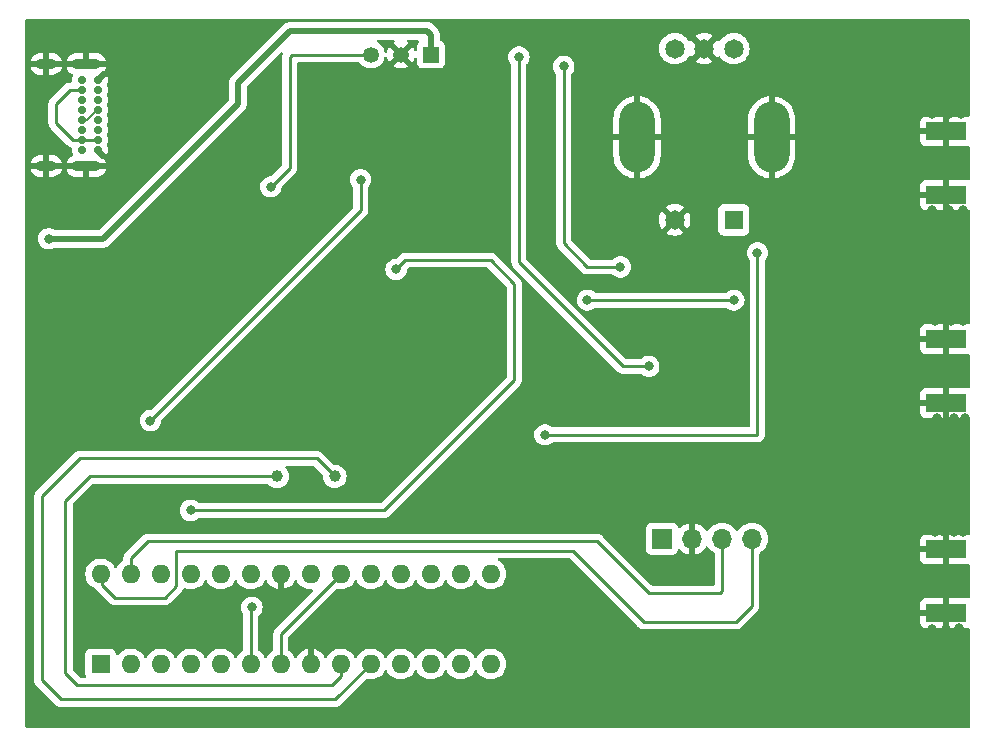
<source format=gbr>
%TF.GenerationSoftware,KiCad,Pcbnew,7.0.2*%
%TF.CreationDate,2024-01-20T15:19:51+00:00*%
%TF.ProjectId,Si5351a and Audio Gain Board,53693533-3531-4612-9061-6e6420417564,rev?*%
%TF.SameCoordinates,Original*%
%TF.FileFunction,Copper,L2,Bot*%
%TF.FilePolarity,Positive*%
%FSLAX46Y46*%
G04 Gerber Fmt 4.6, Leading zero omitted, Abs format (unit mm)*
G04 Created by KiCad (PCBNEW 7.0.2) date 2024-01-20 15:19:51*
%MOMM*%
%LPD*%
G01*
G04 APERTURE LIST*
%TA.AperFunction,ComponentPad*%
%ADD10O,1.600000X1.600000*%
%TD*%
%TA.AperFunction,ComponentPad*%
%ADD11R,1.600000X1.600000*%
%TD*%
%TA.AperFunction,ComponentPad*%
%ADD12C,1.007000*%
%TD*%
%TA.AperFunction,ComponentPad*%
%ADD13R,1.350000X1.350000*%
%TD*%
%TA.AperFunction,ComponentPad*%
%ADD14C,1.350000*%
%TD*%
%TA.AperFunction,ComponentPad*%
%ADD15R,1.650000X1.650000*%
%TD*%
%TA.AperFunction,ComponentPad*%
%ADD16C,1.650000*%
%TD*%
%TA.AperFunction,ComponentPad*%
%ADD17O,3.000000X6.000000*%
%TD*%
%TA.AperFunction,SMDPad,CuDef*%
%ADD18R,3.500000X1.500000*%
%TD*%
%TA.AperFunction,ComponentPad*%
%ADD19C,0.700000*%
%TD*%
%TA.AperFunction,ComponentPad*%
%ADD20O,2.400000X0.900000*%
%TD*%
%TA.AperFunction,ComponentPad*%
%ADD21O,1.700000X0.900000*%
%TD*%
%TA.AperFunction,ComponentPad*%
%ADD22R,1.700000X1.700000*%
%TD*%
%TA.AperFunction,ComponentPad*%
%ADD23O,1.700000X1.700000*%
%TD*%
%TA.AperFunction,ViaPad*%
%ADD24C,0.800000*%
%TD*%
%TA.AperFunction,Conductor*%
%ADD25C,0.200000*%
%TD*%
%TA.AperFunction,Conductor*%
%ADD26C,0.250000*%
%TD*%
%TA.AperFunction,Conductor*%
%ADD27C,0.500000*%
%TD*%
G04 APERTURE END LIST*
D10*
%TO.P,U2,28,PC5*%
%TO.N,MCU_SDA*%
X103520000Y-104580000D03*
%TO.P,U2,27,PC4*%
%TO.N,MCU_SCL*%
X106060000Y-104580000D03*
%TO.P,U2,26,PC3*%
%TO.N,unconnected-(U2-PC3-Pad26)*%
X108600000Y-104580000D03*
%TO.P,U2,25,PC2*%
%TO.N,unconnected-(U2-PC2-Pad25)*%
X111140000Y-104580000D03*
%TO.P,U2,24,PC1*%
%TO.N,unconnected-(U2-PC1-Pad24)*%
X113680000Y-104580000D03*
%TO.P,U2,23,PC0*%
%TO.N,unconnected-(U2-PC0-Pad23)*%
X116220000Y-104580000D03*
%TO.P,U2,22,GND*%
%TO.N,GND*%
X118760000Y-104580000D03*
%TO.P,U2,21,AREF*%
%TO.N,unconnected-(U2-AREF-Pad21)*%
X121300000Y-104580000D03*
%TO.P,U2,20,AVCC*%
%TO.N,USB_VBUS*%
X123840000Y-104580000D03*
%TO.P,U2,19,PB5*%
%TO.N,unconnected-(U2-PB5-Pad19)*%
X126380000Y-104580000D03*
%TO.P,U2,18,PB4*%
%TO.N,unconnected-(U2-PB4-Pad18)*%
X128920000Y-104580000D03*
%TO.P,U2,17,PB3*%
%TO.N,unconnected-(U2-PB3-Pad17)*%
X131460000Y-104580000D03*
%TO.P,U2,16,PB2*%
%TO.N,unconnected-(U2-PB2-Pad16)*%
X134000000Y-104580000D03*
%TO.P,U2,15,PB1*%
%TO.N,unconnected-(U2-PB1-Pad15)*%
X136540000Y-104580000D03*
%TO.P,U2,14,PB0*%
%TO.N,unconnected-(U2-PB0-Pad14)*%
X136540000Y-112200000D03*
%TO.P,U2,13,PD7*%
%TO.N,unconnected-(U2-PD7-Pad13)*%
X134000000Y-112200000D03*
%TO.P,U2,12,PD6*%
%TO.N,unconnected-(U2-PD6-Pad12)*%
X131460000Y-112200000D03*
%TO.P,U2,11,PD5*%
%TO.N,PD5*%
X128920000Y-112200000D03*
%TO.P,U2,10,XTAL2/PB7*%
%TO.N,Net-(U2-XTAL2{slash}PB7)*%
X126380000Y-112200000D03*
%TO.P,U2,9,XTAL1/PB6*%
%TO.N,Net-(U2-XTAL1{slash}PB6)*%
X123840000Y-112200000D03*
%TO.P,U2,8,GND*%
%TO.N,GND*%
X121300000Y-112200000D03*
%TO.P,U2,7,VCC*%
%TO.N,USB_VBUS*%
X118760000Y-112200000D03*
%TO.P,U2,6,PD4*%
%TO.N,PD4*%
X116220000Y-112200000D03*
%TO.P,U2,5,PD3*%
%TO.N,unconnected-(U2-PD3-Pad5)*%
X113680000Y-112200000D03*
%TO.P,U2,4,PD2*%
%TO.N,PD2*%
X111140000Y-112200000D03*
%TO.P,U2,3,PD1*%
%TO.N,FT232_TXD*%
X108600000Y-112200000D03*
%TO.P,U2,2,PD0*%
%TO.N,FT232_RXD*%
X106060000Y-112200000D03*
D11*
%TO.P,U2,1,~{RESET}/PC6*%
%TO.N,Net-(U2-~{RESET}{slash}PC6)*%
X103520000Y-112200000D03*
%TD*%
D12*
%TO.P,Y2,1*%
%TO.N,Net-(U2-XTAL2{slash}PB7)*%
X123320000Y-96325000D03*
%TO.P,Y2,2*%
%TO.N,Net-(U2-XTAL1{slash}PB6)*%
X118440000Y-96325000D03*
%TD*%
D13*
%TO.P,U3,1,VOUT*%
%TO.N,VCC_3V3*%
X131460000Y-60600000D03*
D14*
%TO.P,U3,2,GND*%
%TO.N,GND*%
X128920000Y-60600000D03*
%TO.P,U3,3,VIN*%
%TO.N,USB_VBUS*%
X126380000Y-60600000D03*
%TD*%
D15*
%TO.P,MT1,1*%
%TO.N,PD2*%
X157120000Y-74600000D03*
D16*
%TO.P,MT1,2*%
%TO.N,GND*%
X152120000Y-74600000D03*
%TO.P,MT1,A,A*%
%TO.N,PD4*%
X157120000Y-60100000D03*
%TO.P,MT1,B,B*%
%TO.N,PD5*%
X152120000Y-60100000D03*
%TO.P,MT1,COM,COM*%
%TO.N,GND*%
X154620000Y-60100000D03*
D17*
%TO.P,MT1,S1,SHIELD*%
X160320000Y-67600000D03*
%TO.P,MT1,S2,SHIELD*%
X148920000Y-67600000D03*
%TD*%
D18*
%TO.P,J3,G4*%
%TO.N,GND*%
X175120000Y-84700000D03*
%TO.P,J3,G3*%
X175120000Y-90100000D03*
%TD*%
D19*
%TO.P,J1,A1,GND*%
%TO.N,GND*%
X103270000Y-62750000D03*
%TO.P,J1,A4,VBUS*%
%TO.N,USB_VBUS*%
X103270000Y-63600000D03*
%TO.P,J1,A5,CC1*%
%TO.N,Net-(J1-CC1)*%
X103270000Y-64450000D03*
%TO.P,J1,A6,D+*%
%TO.N,USB_D+*%
X103270000Y-65300000D03*
%TO.P,J1,A7,D-*%
%TO.N,USB_D-*%
X103270000Y-66150000D03*
%TO.P,J1,A8,SBU1*%
%TO.N,unconnected-(J1-SBU1-PadA8)*%
X103270000Y-67000000D03*
%TO.P,J1,A9,VBUS*%
%TO.N,USB_VBUS*%
X103270000Y-67850000D03*
%TO.P,J1,A12,GND*%
%TO.N,GND*%
X103270000Y-68700000D03*
%TO.P,J1,B1,GND*%
X101920000Y-68700000D03*
%TO.P,J1,B4,VBUS*%
%TO.N,USB_VBUS*%
X101920000Y-67850000D03*
%TO.P,J1,B5,CC2*%
%TO.N,Net-(J1-CC2)*%
X101920000Y-67000000D03*
%TO.P,J1,B6,D+*%
%TO.N,USB_D+*%
X101920000Y-66150000D03*
%TO.P,J1,B7,D-*%
%TO.N,USB_D-*%
X101920000Y-65300000D03*
%TO.P,J1,B8,SBU2*%
%TO.N,unconnected-(J1-SBU2-PadB8)*%
X101920000Y-64450000D03*
%TO.P,J1,B9,VBUS*%
%TO.N,USB_VBUS*%
X101920000Y-63600000D03*
%TO.P,J1,B12,GND*%
%TO.N,GND*%
X101920000Y-62750000D03*
D20*
%TO.P,J1,S1,SHIELD*%
X102290000Y-61400000D03*
D21*
X98910000Y-61400000D03*
D20*
X102290000Y-70050000D03*
D21*
X98910000Y-70050000D03*
%TD*%
D22*
%TO.P,J5,1,Pin_1*%
%TO.N,VCC_3V3*%
X151040000Y-101600000D03*
D23*
%TO.P,J5,2,Pin_2*%
%TO.N,GND*%
X153580000Y-101600000D03*
%TO.P,J5,3,Pin_3*%
%TO.N,MCU_SCL*%
X156120000Y-101600000D03*
%TO.P,J5,4,Pin_4*%
%TO.N,MCU_SDA*%
X158660000Y-101600000D03*
%TD*%
D18*
%TO.P,J4,G4*%
%TO.N,GND*%
X175120000Y-102500000D03*
%TO.P,J4,G3*%
X175120000Y-107900000D03*
%TD*%
%TO.P,J2,G3*%
%TO.N,GND*%
X175120000Y-72500000D03*
%TO.P,J2,G4*%
X175120000Y-67100000D03*
%TD*%
D24*
%TO.N,GND*%
X161800000Y-91000000D03*
X105000000Y-69200000D03*
X105200000Y-61200000D03*
X122000000Y-110200000D03*
X126600000Y-69600000D03*
X123400000Y-70400000D03*
X123600000Y-73800000D03*
X125000000Y-63800000D03*
X135200000Y-65400000D03*
X127800000Y-92200000D03*
X126400000Y-90400000D03*
X114000000Y-91800000D03*
X115400000Y-90600000D03*
X109200000Y-72800000D03*
X115000000Y-72800000D03*
X115000000Y-61200000D03*
X109400000Y-61400000D03*
X102000000Y-72800000D03*
X98600000Y-72400000D03*
X102600000Y-59600000D03*
X98800000Y-59600000D03*
X171200000Y-116000000D03*
X164600000Y-116000000D03*
X156000000Y-115800000D03*
X118400000Y-116400000D03*
X126800000Y-115800000D03*
X176320000Y-65600000D03*
X175320000Y-65600000D03*
X173920000Y-65600000D03*
X173920000Y-73800000D03*
X175320000Y-73800000D03*
X176520000Y-73800000D03*
X174120000Y-83200000D03*
X175520000Y-83200000D03*
X176520000Y-83200000D03*
X174320000Y-91400000D03*
X175720000Y-91400000D03*
X176720000Y-91400000D03*
X176206920Y-109153803D03*
X175120000Y-109200000D03*
X173920000Y-109200000D03*
X174120000Y-101000000D03*
X174920000Y-101000000D03*
X175720000Y-101000000D03*
X176520000Y-101000000D03*
X148120000Y-98200000D03*
X147920000Y-94200000D03*
X150520000Y-83800000D03*
X153720000Y-83800000D03*
X136120000Y-70400000D03*
X132320000Y-70400000D03*
X122320000Y-86600000D03*
%TO.N,PD4*%
X157120000Y-81400000D03*
X144720000Y-81400000D03*
X116320000Y-107400000D03*
%TO.N,VCC_3V3*%
X149920000Y-87000000D03*
X138920000Y-60800000D03*
%TO.N,FT232_RXD*%
X125520000Y-71200000D03*
%TO.N,FT232_TXD*%
X128520000Y-78800000D03*
X111120000Y-99200000D03*
%TO.N,PD2*%
X159120000Y-77400000D03*
X141120000Y-92800000D03*
%TO.N,FT232_RXD*%
X107720000Y-91600000D03*
%TO.N,PD5*%
X142720000Y-61600000D03*
X147520000Y-78600000D03*
%TO.N,VCC_3V3*%
X99120000Y-76200000D03*
%TO.N,USB_VBUS*%
X117920000Y-71800000D03*
%TD*%
D25*
%TO.N,USB_D+*%
X103200760Y-65300000D02*
X102350761Y-66150000D01*
X102350761Y-66150000D02*
X101920000Y-66150000D01*
X103270000Y-65300000D02*
X103200760Y-65300000D01*
D26*
%TO.N,MCU_SDA*%
X103660000Y-104720000D02*
X103660000Y-105540000D01*
X103520000Y-104580000D02*
X103660000Y-104720000D01*
X103660000Y-105540000D02*
X104720000Y-106600000D01*
%TO.N,MCU_SCL*%
X155920000Y-106200000D02*
X156120000Y-106000000D01*
X149920000Y-106200000D02*
X155920000Y-106200000D01*
X145520000Y-101800000D02*
X149920000Y-106200000D01*
X107520000Y-101800000D02*
X145520000Y-101800000D01*
X106060000Y-103260000D02*
X107520000Y-101800000D01*
X106060000Y-104580000D02*
X106060000Y-103260000D01*
X156120000Y-106000000D02*
X156120000Y-101600000D01*
%TO.N,PD4*%
X144720000Y-81400000D02*
X157120000Y-81400000D01*
%TO.N,MCU_SDA*%
X157270000Y-108650000D02*
X158660000Y-107260000D01*
X149533604Y-108650000D02*
X157270000Y-108650000D01*
X109920000Y-102600000D02*
X143483604Y-102600000D01*
X158660000Y-107260000D02*
X158660000Y-101600000D01*
X109920000Y-105600000D02*
X109920000Y-102600000D01*
X143483604Y-102600000D02*
X149533604Y-108650000D01*
X104720000Y-106600000D02*
X108920000Y-106600000D01*
X108920000Y-106600000D02*
X109920000Y-105600000D01*
%TO.N,PD4*%
X116220000Y-107500000D02*
X116320000Y-107400000D01*
X116220000Y-112200000D02*
X116220000Y-107500000D01*
%TO.N,USB_VBUS*%
X118760000Y-109660000D02*
X118760000Y-112200000D01*
X123840000Y-104580000D02*
X118760000Y-109660000D01*
%TO.N,VCC_3V3*%
X138920000Y-78200000D02*
X138920000Y-60800000D01*
X147720000Y-87000000D02*
X138920000Y-78200000D01*
X149920000Y-87000000D02*
X147720000Y-87000000D01*
%TO.N,PD2*%
X159120000Y-92800000D02*
X159120000Y-77400000D01*
X141120000Y-92800000D02*
X159120000Y-92800000D01*
%TO.N,PD5*%
X142720000Y-76600000D02*
X142720000Y-61600000D01*
X144720000Y-78600000D02*
X142720000Y-76600000D01*
X147520000Y-78600000D02*
X144720000Y-78600000D01*
%TO.N,FT232_RXD*%
X125520000Y-73800000D02*
X107720000Y-91600000D01*
X125520000Y-71200000D02*
X125520000Y-73800000D01*
%TO.N,FT232_TXD*%
X129320000Y-78000000D02*
X128520000Y-78800000D01*
X136520000Y-78000000D02*
X129320000Y-78000000D01*
X138520000Y-80000000D02*
X136520000Y-78000000D01*
X138520000Y-88200000D02*
X138520000Y-80000000D01*
X127520000Y-99200000D02*
X138520000Y-88200000D01*
X111120000Y-99200000D02*
X127520000Y-99200000D01*
D27*
%TO.N,VCC_3V3*%
X131120000Y-58600000D02*
X131460000Y-58940000D01*
X115120000Y-64800000D02*
X115120000Y-63000000D01*
X119520000Y-58600000D02*
X131120000Y-58600000D01*
X103720000Y-76200000D02*
X115120000Y-64800000D01*
X115120000Y-63000000D02*
X119520000Y-58600000D01*
X131460000Y-58940000D02*
X131460000Y-60600000D01*
X99120000Y-76200000D02*
X103720000Y-76200000D01*
D26*
%TO.N,Net-(U2-XTAL2{slash}PB7)*%
X101720000Y-94800000D02*
X121795000Y-94800000D01*
X121795000Y-94800000D02*
X123320000Y-96325000D01*
X98520000Y-98000000D02*
X101720000Y-94800000D01*
X123380000Y-115200000D02*
X100120000Y-115200000D01*
X100120000Y-115200000D02*
X98520000Y-113600000D01*
X98520000Y-113600000D02*
X98520000Y-98000000D01*
X126380000Y-112200000D02*
X123380000Y-115200000D01*
%TO.N,Net-(U2-XTAL1{slash}PB6)*%
X100520000Y-113000000D02*
X100520000Y-98400000D01*
X102595000Y-96325000D02*
X118440000Y-96325000D01*
X101520000Y-114000000D02*
X100520000Y-113000000D01*
X123840000Y-113240000D02*
X123080000Y-114000000D01*
X123840000Y-112200000D02*
X123840000Y-113240000D01*
X123080000Y-114000000D02*
X101520000Y-114000000D01*
X100520000Y-98400000D02*
X102595000Y-96325000D01*
%TO.N,USB_VBUS*%
X119520000Y-60800000D02*
X119720000Y-60600000D01*
X119720000Y-60600000D02*
X126380000Y-60600000D01*
X119520000Y-70200000D02*
X119520000Y-60800000D01*
X117920000Y-71800000D02*
X119520000Y-70200000D01*
X100920000Y-63600000D02*
X101920000Y-63600000D01*
X101170000Y-67850000D02*
X99720000Y-66400000D01*
X99720000Y-66400000D02*
X99720000Y-64800000D01*
X99720000Y-64800000D02*
X100920000Y-63600000D01*
X101920000Y-67850000D02*
X101170000Y-67850000D01*
X101920000Y-67850000D02*
X103270000Y-67850000D01*
%TD*%
%TA.AperFunction,Conductor*%
%TO.N,GND*%
G36*
X128337229Y-59370185D02*
G01*
X128382984Y-59422989D01*
X128392928Y-59492147D01*
X128363903Y-59555703D01*
X128335467Y-59579927D01*
X128284832Y-59611278D01*
X128284831Y-59611279D01*
X128831768Y-60158215D01*
X128785862Y-60165135D01*
X128663643Y-60223993D01*
X128564202Y-60316260D01*
X128496375Y-60433740D01*
X128478500Y-60512052D01*
X127928987Y-59962539D01*
X127916712Y-59978794D01*
X127819651Y-60173721D01*
X127769525Y-60349892D01*
X127732245Y-60408985D01*
X127668936Y-60438542D01*
X127599696Y-60429180D01*
X127546510Y-60383870D01*
X127530993Y-60349891D01*
X127480818Y-60173542D01*
X127383712Y-59978528D01*
X127252426Y-59804676D01*
X127091432Y-59657911D01*
X126965482Y-59579927D01*
X126918846Y-59527899D01*
X126907742Y-59458918D01*
X126935695Y-59394883D01*
X126993830Y-59356127D01*
X127030759Y-59350500D01*
X128270190Y-59350500D01*
X128337229Y-59370185D01*
G37*
%TD.AperFunction*%
%TA.AperFunction,Conductor*%
G36*
X130411749Y-59370185D02*
G01*
X130457504Y-59422989D01*
X130467448Y-59492147D01*
X130438423Y-59555703D01*
X130431255Y-59562375D01*
X130341204Y-59682668D01*
X130290910Y-59817515D01*
X130290909Y-59817517D01*
X130284500Y-59877127D01*
X130284500Y-59880448D01*
X130284500Y-59880449D01*
X130284500Y-60213190D01*
X130264815Y-60280229D01*
X130212011Y-60325984D01*
X130142853Y-60335928D01*
X130079297Y-60306903D01*
X130041523Y-60248125D01*
X130041234Y-60247124D01*
X130020349Y-60173722D01*
X129923287Y-59978794D01*
X129911011Y-59962539D01*
X129364449Y-60509101D01*
X129363673Y-60498735D01*
X129314113Y-60372459D01*
X129229535Y-60266401D01*
X129117453Y-60189984D01*
X129009700Y-60156747D01*
X129555167Y-59611279D01*
X129504531Y-59579927D01*
X129457896Y-59527899D01*
X129446792Y-59458917D01*
X129474745Y-59394883D01*
X129532880Y-59356127D01*
X129569809Y-59350500D01*
X130344710Y-59350500D01*
X130411749Y-59370185D01*
G37*
%TD.AperFunction*%
%TA.AperFunction,Conductor*%
G36*
X119535124Y-57612794D02*
G01*
X119559553Y-57601716D01*
X119576878Y-57600500D01*
X131141637Y-57600500D01*
X131172155Y-57609461D01*
X131194346Y-57600916D01*
X131204500Y-57600500D01*
X176995500Y-57600500D01*
X177062539Y-57620185D01*
X177108294Y-57672989D01*
X177119500Y-57724500D01*
X177119500Y-65733635D01*
X177099815Y-65800674D01*
X177047011Y-65846429D01*
X176982246Y-65856925D01*
X176921117Y-65850353D01*
X176914518Y-65850000D01*
X175370000Y-65850000D01*
X175370000Y-68350000D01*
X176914518Y-68350000D01*
X176921130Y-68349645D01*
X176982244Y-68343075D01*
X177051004Y-68355480D01*
X177102141Y-68403090D01*
X177119500Y-68466364D01*
X177119500Y-71133635D01*
X177099815Y-71200674D01*
X177047011Y-71246429D01*
X176982246Y-71256925D01*
X176921117Y-71250353D01*
X176914518Y-71250000D01*
X175370000Y-71250000D01*
X175370000Y-73750000D01*
X176914518Y-73750000D01*
X176921130Y-73749645D01*
X176982244Y-73743075D01*
X177051004Y-73755480D01*
X177102141Y-73803090D01*
X177119500Y-73866364D01*
X177119500Y-83333635D01*
X177099815Y-83400674D01*
X177047011Y-83446429D01*
X176982246Y-83456925D01*
X176921117Y-83450353D01*
X176914518Y-83450000D01*
X175370000Y-83450000D01*
X175370000Y-85950000D01*
X176914518Y-85950000D01*
X176921130Y-85949645D01*
X176982244Y-85943075D01*
X177051004Y-85955480D01*
X177102141Y-86003090D01*
X177119500Y-86066364D01*
X177119500Y-88733635D01*
X177099815Y-88800674D01*
X177047011Y-88846429D01*
X176982246Y-88856925D01*
X176921117Y-88850353D01*
X176914518Y-88850000D01*
X175370000Y-88850000D01*
X175370000Y-91350000D01*
X176914518Y-91350000D01*
X176921130Y-91349645D01*
X176982244Y-91343075D01*
X177051004Y-91355480D01*
X177102141Y-91403090D01*
X177119500Y-91466364D01*
X177119500Y-101133635D01*
X177099815Y-101200674D01*
X177047011Y-101246429D01*
X176982246Y-101256925D01*
X176921117Y-101250353D01*
X176914518Y-101250000D01*
X175370000Y-101250000D01*
X175370000Y-103750000D01*
X176914518Y-103750000D01*
X176921130Y-103749645D01*
X176982244Y-103743075D01*
X177051004Y-103755480D01*
X177102141Y-103803090D01*
X177119500Y-103866364D01*
X177119500Y-106533635D01*
X177099815Y-106600674D01*
X177047011Y-106646429D01*
X176982246Y-106656925D01*
X176921117Y-106650353D01*
X176914518Y-106650000D01*
X175370000Y-106650000D01*
X175370000Y-109150000D01*
X176914518Y-109150000D01*
X176921130Y-109149645D01*
X176982244Y-109143075D01*
X177051004Y-109155480D01*
X177102141Y-109203090D01*
X177119500Y-109266364D01*
X177119500Y-117475500D01*
X177099815Y-117542539D01*
X177047011Y-117588294D01*
X176995500Y-117599500D01*
X97244500Y-117599500D01*
X97177461Y-117579815D01*
X97131706Y-117527011D01*
X97120500Y-117475500D01*
X97120500Y-97980194D01*
X97889840Y-97980194D01*
X97893950Y-98023673D01*
X97894500Y-98035343D01*
X97894500Y-113517256D01*
X97892235Y-113537766D01*
X97894439Y-113607872D01*
X97894500Y-113611767D01*
X97894500Y-113639350D01*
X97894988Y-113643219D01*
X97894989Y-113643225D01*
X97895004Y-113643343D01*
X97895918Y-113654967D01*
X97897290Y-113698626D01*
X97902879Y-113717860D01*
X97906825Y-113736916D01*
X97909335Y-113756792D01*
X97925414Y-113797404D01*
X97929197Y-113808451D01*
X97941382Y-113850391D01*
X97951580Y-113867635D01*
X97960136Y-113885100D01*
X97967514Y-113903732D01*
X97967515Y-113903733D01*
X97993180Y-113939059D01*
X97999593Y-113948822D01*
X98021826Y-113986416D01*
X98021829Y-113986419D01*
X98021830Y-113986420D01*
X98035995Y-114000585D01*
X98048627Y-114015375D01*
X98060406Y-114031587D01*
X98094058Y-114059426D01*
X98102699Y-114067289D01*
X99619197Y-115583787D01*
X99632098Y-115599889D01*
X99634212Y-115601874D01*
X99634214Y-115601877D01*
X99681561Y-115646339D01*
X99683240Y-115647916D01*
X99686036Y-115650626D01*
X99705530Y-115670120D01*
X99708615Y-115672513D01*
X99708701Y-115672580D01*
X99717573Y-115680158D01*
X99749418Y-115710062D01*
X99766974Y-115719714D01*
X99783231Y-115730392D01*
X99799064Y-115742674D01*
X99815185Y-115749649D01*
X99839156Y-115760023D01*
X99849643Y-115765160D01*
X99887908Y-115786197D01*
X99907316Y-115791180D01*
X99925710Y-115797478D01*
X99944105Y-115805438D01*
X99987254Y-115812271D01*
X99998680Y-115814638D01*
X100014222Y-115818629D01*
X100040980Y-115825500D01*
X100040981Y-115825500D01*
X100061016Y-115825500D01*
X100080413Y-115827026D01*
X100100196Y-115830160D01*
X100143674Y-115826050D01*
X100155344Y-115825500D01*
X123297256Y-115825500D01*
X123317762Y-115827764D01*
X123320665Y-115827672D01*
X123320667Y-115827673D01*
X123387872Y-115825561D01*
X123391768Y-115825500D01*
X123415448Y-115825500D01*
X123419350Y-115825500D01*
X123423313Y-115824999D01*
X123434962Y-115824080D01*
X123478627Y-115822709D01*
X123497859Y-115817120D01*
X123516918Y-115813174D01*
X123524091Y-115812268D01*
X123536792Y-115810664D01*
X123577407Y-115794582D01*
X123588444Y-115790803D01*
X123630390Y-115778618D01*
X123647629Y-115768422D01*
X123665102Y-115759862D01*
X123683732Y-115752486D01*
X123719064Y-115726814D01*
X123728830Y-115720400D01*
X123766418Y-115698171D01*
X123766417Y-115698171D01*
X123766420Y-115698170D01*
X123780585Y-115684004D01*
X123795373Y-115671373D01*
X123811587Y-115659594D01*
X123839438Y-115625926D01*
X123847279Y-115617309D01*
X125965178Y-113499410D01*
X126026499Y-113465927D01*
X126084946Y-113467317D01*
X126153308Y-113485635D01*
X126380000Y-113505468D01*
X126606692Y-113485635D01*
X126826496Y-113426739D01*
X127032734Y-113330568D01*
X127219139Y-113200047D01*
X127380047Y-113039139D01*
X127510568Y-112852734D01*
X127537618Y-112794724D01*
X127583790Y-112742285D01*
X127650983Y-112723133D01*
X127717865Y-112743348D01*
X127762382Y-112794725D01*
X127789431Y-112852733D01*
X127919953Y-113039140D01*
X128080859Y-113200046D01*
X128267264Y-113330567D01*
X128267265Y-113330567D01*
X128267266Y-113330568D01*
X128473504Y-113426739D01*
X128693308Y-113485635D01*
X128920000Y-113505468D01*
X129146692Y-113485635D01*
X129366496Y-113426739D01*
X129572734Y-113330568D01*
X129759139Y-113200047D01*
X129920047Y-113039139D01*
X130050568Y-112852734D01*
X130077619Y-112794721D01*
X130123788Y-112742286D01*
X130190981Y-112723133D01*
X130257862Y-112743348D01*
X130302380Y-112794722D01*
X130329432Y-112852733D01*
X130329433Y-112852736D01*
X130459953Y-113039140D01*
X130620859Y-113200046D01*
X130807264Y-113330567D01*
X130807265Y-113330567D01*
X130807266Y-113330568D01*
X131013504Y-113426739D01*
X131233308Y-113485635D01*
X131384436Y-113498856D01*
X131459999Y-113505468D01*
X131459999Y-113505467D01*
X131460000Y-113505468D01*
X131686692Y-113485635D01*
X131906496Y-113426739D01*
X132112734Y-113330568D01*
X132299139Y-113200047D01*
X132460047Y-113039139D01*
X132590568Y-112852734D01*
X132617618Y-112794724D01*
X132663790Y-112742285D01*
X132730983Y-112723133D01*
X132797865Y-112743348D01*
X132842382Y-112794725D01*
X132869431Y-112852733D01*
X132999953Y-113039140D01*
X133160859Y-113200046D01*
X133347264Y-113330567D01*
X133347265Y-113330567D01*
X133347266Y-113330568D01*
X133553504Y-113426739D01*
X133773308Y-113485635D01*
X134000000Y-113505468D01*
X134226692Y-113485635D01*
X134446496Y-113426739D01*
X134652734Y-113330568D01*
X134839139Y-113200047D01*
X135000047Y-113039139D01*
X135130568Y-112852734D01*
X135157618Y-112794724D01*
X135203790Y-112742285D01*
X135270983Y-112723133D01*
X135337865Y-112743348D01*
X135382382Y-112794725D01*
X135409431Y-112852733D01*
X135539953Y-113039140D01*
X135700859Y-113200046D01*
X135887264Y-113330567D01*
X135887265Y-113330567D01*
X135887266Y-113330568D01*
X136093504Y-113426739D01*
X136313308Y-113485635D01*
X136540000Y-113505468D01*
X136766692Y-113485635D01*
X136986496Y-113426739D01*
X137192734Y-113330568D01*
X137379139Y-113200047D01*
X137540047Y-113039139D01*
X137670568Y-112852734D01*
X137766739Y-112646496D01*
X137825635Y-112426692D01*
X137845468Y-112200000D01*
X137825635Y-111973308D01*
X137766739Y-111753504D01*
X137670568Y-111547266D01*
X137592856Y-111436280D01*
X137540046Y-111360859D01*
X137379140Y-111199953D01*
X137192735Y-111069432D01*
X136986497Y-110973261D01*
X136766689Y-110914364D01*
X136540000Y-110894531D01*
X136313310Y-110914364D01*
X136093502Y-110973261D01*
X135887264Y-111069432D01*
X135700859Y-111199953D01*
X135539953Y-111360859D01*
X135409433Y-111547263D01*
X135382382Y-111605275D01*
X135336209Y-111657714D01*
X135269015Y-111676865D01*
X135202134Y-111656649D01*
X135157618Y-111605275D01*
X135130687Y-111547522D01*
X135130568Y-111547266D01*
X135130566Y-111547263D01*
X135000046Y-111360859D01*
X134839140Y-111199953D01*
X134652735Y-111069432D01*
X134446497Y-110973261D01*
X134226689Y-110914364D01*
X134000000Y-110894531D01*
X133773310Y-110914364D01*
X133553502Y-110973261D01*
X133347264Y-111069432D01*
X133160859Y-111199953D01*
X132999953Y-111360859D01*
X132869433Y-111547263D01*
X132842382Y-111605275D01*
X132796209Y-111657714D01*
X132729015Y-111676865D01*
X132662134Y-111656649D01*
X132617618Y-111605275D01*
X132590687Y-111547522D01*
X132590568Y-111547266D01*
X132590566Y-111547263D01*
X132460046Y-111360859D01*
X132299140Y-111199953D01*
X132112735Y-111069432D01*
X131906497Y-110973261D01*
X131686689Y-110914364D01*
X131459999Y-110894531D01*
X131233310Y-110914364D01*
X131013502Y-110973261D01*
X130807264Y-111069432D01*
X130620859Y-111199953D01*
X130459953Y-111360859D01*
X130329433Y-111547263D01*
X130302382Y-111605275D01*
X130256209Y-111657714D01*
X130189015Y-111676865D01*
X130122134Y-111656649D01*
X130077618Y-111605275D01*
X130050687Y-111547522D01*
X130050568Y-111547266D01*
X130050566Y-111547263D01*
X129920046Y-111360859D01*
X129759140Y-111199953D01*
X129572735Y-111069432D01*
X129366497Y-110973261D01*
X129146689Y-110914364D01*
X128920000Y-110894531D01*
X128693310Y-110914364D01*
X128473502Y-110973261D01*
X128267264Y-111069432D01*
X128080859Y-111199953D01*
X127919953Y-111360859D01*
X127789433Y-111547263D01*
X127762382Y-111605275D01*
X127716209Y-111657714D01*
X127649015Y-111676865D01*
X127582134Y-111656649D01*
X127537618Y-111605275D01*
X127510687Y-111547522D01*
X127510568Y-111547266D01*
X127510566Y-111547263D01*
X127380046Y-111360859D01*
X127219140Y-111199953D01*
X127032735Y-111069432D01*
X126826497Y-110973261D01*
X126606689Y-110914364D01*
X126380000Y-110894531D01*
X126153310Y-110914364D01*
X125933502Y-110973261D01*
X125727264Y-111069432D01*
X125540859Y-111199953D01*
X125379953Y-111360859D01*
X125249433Y-111547263D01*
X125222382Y-111605275D01*
X125176209Y-111657714D01*
X125109015Y-111676865D01*
X125042134Y-111656649D01*
X124997618Y-111605275D01*
X124970687Y-111547522D01*
X124970568Y-111547266D01*
X124970566Y-111547263D01*
X124840046Y-111360859D01*
X124679140Y-111199953D01*
X124492735Y-111069432D01*
X124286497Y-110973261D01*
X124066689Y-110914364D01*
X123840000Y-110894531D01*
X123613310Y-110914364D01*
X123393502Y-110973261D01*
X123187264Y-111069432D01*
X123000859Y-111199953D01*
X122839953Y-111360859D01*
X122709430Y-111547267D01*
X122682105Y-111605866D01*
X122635932Y-111658305D01*
X122568739Y-111677456D01*
X122501858Y-111657239D01*
X122457342Y-111605865D01*
X122430134Y-111547519D01*
X122299658Y-111361180D01*
X122138819Y-111200341D01*
X121952480Y-111069865D01*
X121746326Y-110973733D01*
X121550000Y-110921126D01*
X121550000Y-111884314D01*
X121538045Y-111872359D01*
X121425148Y-111814835D01*
X121331481Y-111800000D01*
X121268519Y-111800000D01*
X121174852Y-111814835D01*
X121061955Y-111872359D01*
X121050000Y-111884314D01*
X121050000Y-110921127D01*
X121049999Y-110921126D01*
X120853673Y-110973733D01*
X120647519Y-111069865D01*
X120461180Y-111200341D01*
X120300341Y-111361180D01*
X120169863Y-111547522D01*
X120142656Y-111605866D01*
X120096483Y-111658305D01*
X120029290Y-111677456D01*
X119962409Y-111657239D01*
X119917893Y-111605865D01*
X119917618Y-111605276D01*
X119890568Y-111547266D01*
X119812856Y-111436280D01*
X119760046Y-111360859D01*
X119599140Y-111199953D01*
X119438377Y-111087387D01*
X119394752Y-111032811D01*
X119385500Y-110985812D01*
X119385500Y-109970452D01*
X119405185Y-109903413D01*
X119421819Y-109882771D01*
X121388967Y-107915623D01*
X123425178Y-105879411D01*
X123486499Y-105845928D01*
X123544951Y-105847319D01*
X123613308Y-105865635D01*
X123840000Y-105885468D01*
X124066692Y-105865635D01*
X124286496Y-105806739D01*
X124492734Y-105710568D01*
X124679139Y-105580047D01*
X124840047Y-105419139D01*
X124970568Y-105232734D01*
X124997618Y-105174724D01*
X125043790Y-105122285D01*
X125110983Y-105103133D01*
X125177865Y-105123348D01*
X125222382Y-105174725D01*
X125249431Y-105232733D01*
X125379953Y-105419140D01*
X125540859Y-105580046D01*
X125727264Y-105710567D01*
X125727265Y-105710567D01*
X125727266Y-105710568D01*
X125933504Y-105806739D01*
X126153308Y-105865635D01*
X126265837Y-105875480D01*
X126379999Y-105885468D01*
X126379999Y-105885467D01*
X126380000Y-105885468D01*
X126606692Y-105865635D01*
X126826496Y-105806739D01*
X127032734Y-105710568D01*
X127219139Y-105580047D01*
X127380047Y-105419139D01*
X127510568Y-105232734D01*
X127537618Y-105174724D01*
X127583790Y-105122285D01*
X127650983Y-105103133D01*
X127717865Y-105123348D01*
X127762382Y-105174725D01*
X127789431Y-105232733D01*
X127919953Y-105419140D01*
X128080859Y-105580046D01*
X128267264Y-105710567D01*
X128267265Y-105710567D01*
X128267266Y-105710568D01*
X128473504Y-105806739D01*
X128693308Y-105865635D01*
X128920000Y-105885468D01*
X129146692Y-105865635D01*
X129366496Y-105806739D01*
X129572734Y-105710568D01*
X129759139Y-105580047D01*
X129920047Y-105419139D01*
X130050568Y-105232734D01*
X130077618Y-105174724D01*
X130123790Y-105122285D01*
X130190983Y-105103133D01*
X130257865Y-105123348D01*
X130302382Y-105174725D01*
X130329431Y-105232733D01*
X130459953Y-105419140D01*
X130620859Y-105580046D01*
X130807264Y-105710567D01*
X130807265Y-105710567D01*
X130807266Y-105710568D01*
X131013504Y-105806739D01*
X131233308Y-105865635D01*
X131345837Y-105875480D01*
X131459999Y-105885468D01*
X131459999Y-105885467D01*
X131460000Y-105885468D01*
X131686692Y-105865635D01*
X131906496Y-105806739D01*
X132112734Y-105710568D01*
X132299139Y-105580047D01*
X132460047Y-105419139D01*
X132590568Y-105232734D01*
X132617618Y-105174724D01*
X132663790Y-105122285D01*
X132730983Y-105103133D01*
X132797865Y-105123348D01*
X132842382Y-105174725D01*
X132869431Y-105232733D01*
X132999953Y-105419140D01*
X133160859Y-105580046D01*
X133347264Y-105710567D01*
X133347265Y-105710567D01*
X133347266Y-105710568D01*
X133553504Y-105806739D01*
X133773308Y-105865635D01*
X134000000Y-105885468D01*
X134226692Y-105865635D01*
X134446496Y-105806739D01*
X134652734Y-105710568D01*
X134839139Y-105580047D01*
X135000047Y-105419139D01*
X135130568Y-105232734D01*
X135157618Y-105174724D01*
X135203790Y-105122285D01*
X135270983Y-105103133D01*
X135337865Y-105123348D01*
X135382382Y-105174725D01*
X135409431Y-105232733D01*
X135539953Y-105419140D01*
X135700859Y-105580046D01*
X135887264Y-105710567D01*
X135887265Y-105710567D01*
X135887266Y-105710568D01*
X136093504Y-105806739D01*
X136313308Y-105865635D01*
X136540000Y-105885468D01*
X136766692Y-105865635D01*
X136986496Y-105806739D01*
X137192734Y-105710568D01*
X137379139Y-105580047D01*
X137540047Y-105419139D01*
X137670568Y-105232734D01*
X137766739Y-105026496D01*
X137825635Y-104806692D01*
X137845468Y-104580000D01*
X137825635Y-104353308D01*
X137766739Y-104133504D01*
X137670568Y-103927266D01*
X137627925Y-103866364D01*
X137540046Y-103740859D01*
X137379140Y-103579953D01*
X137195081Y-103451075D01*
X137151456Y-103396499D01*
X137144262Y-103327000D01*
X137175785Y-103264645D01*
X137236014Y-103229231D01*
X137266204Y-103225500D01*
X143173152Y-103225500D01*
X143240191Y-103245185D01*
X143260833Y-103261819D01*
X149032800Y-109033787D01*
X149045700Y-109049888D01*
X149096827Y-109097900D01*
X149099624Y-109100611D01*
X149119133Y-109120120D01*
X149122313Y-109122587D01*
X149131175Y-109130155D01*
X149163022Y-109160062D01*
X149179059Y-109168878D01*
X149180576Y-109169712D01*
X149196840Y-109180396D01*
X149208576Y-109189499D01*
X149212668Y-109192673D01*
X149236740Y-109203090D01*
X149252756Y-109210021D01*
X149263235Y-109215154D01*
X149301512Y-109236197D01*
X149320910Y-109241177D01*
X149339312Y-109247477D01*
X149357708Y-109255438D01*
X149400865Y-109262273D01*
X149412268Y-109264634D01*
X149454585Y-109275500D01*
X149474620Y-109275500D01*
X149494017Y-109277026D01*
X149513800Y-109280160D01*
X149557278Y-109276050D01*
X149568948Y-109275500D01*
X157187256Y-109275500D01*
X157207762Y-109277764D01*
X157210665Y-109277672D01*
X157210667Y-109277673D01*
X157277872Y-109275561D01*
X157281768Y-109275500D01*
X157305448Y-109275500D01*
X157309350Y-109275500D01*
X157313313Y-109274999D01*
X157324962Y-109274080D01*
X157368627Y-109272709D01*
X157387859Y-109267120D01*
X157406918Y-109263174D01*
X157414091Y-109262268D01*
X157426792Y-109260664D01*
X157467407Y-109244582D01*
X157478444Y-109240803D01*
X157520390Y-109228618D01*
X157537629Y-109218422D01*
X157555102Y-109209862D01*
X157573732Y-109202486D01*
X157609064Y-109176814D01*
X157618830Y-109170400D01*
X157644059Y-109155480D01*
X157656420Y-109148170D01*
X157670585Y-109134004D01*
X157685373Y-109121373D01*
X157701587Y-109109594D01*
X157729438Y-109075926D01*
X157737279Y-109067309D01*
X158654589Y-108150000D01*
X172870000Y-108150000D01*
X172870000Y-108694518D01*
X172870354Y-108701132D01*
X172876400Y-108757371D01*
X172926647Y-108892089D01*
X173012811Y-109007188D01*
X173127910Y-109093352D01*
X173262628Y-109143599D01*
X173318867Y-109149645D01*
X173325482Y-109150000D01*
X174870000Y-109150000D01*
X174870000Y-108150000D01*
X172870000Y-108150000D01*
X158654589Y-108150000D01*
X159043788Y-107760801D01*
X159059885Y-107747906D01*
X159061873Y-107745787D01*
X159061877Y-107745786D01*
X159107949Y-107696723D01*
X159110534Y-107694055D01*
X159130120Y-107674471D01*
X159132585Y-107671292D01*
X159140167Y-107662416D01*
X159151827Y-107650000D01*
X172870000Y-107650000D01*
X174870000Y-107650000D01*
X174870000Y-106650000D01*
X173325482Y-106650000D01*
X173318867Y-106650354D01*
X173262628Y-106656400D01*
X173127910Y-106706647D01*
X173012811Y-106792811D01*
X172926647Y-106907910D01*
X172876400Y-107042628D01*
X172870354Y-107098867D01*
X172870000Y-107105481D01*
X172870000Y-107650000D01*
X159151827Y-107650000D01*
X159170062Y-107630582D01*
X159179712Y-107613027D01*
X159190400Y-107596757D01*
X159196994Y-107588257D01*
X159202673Y-107580936D01*
X159220026Y-107540832D01*
X159225157Y-107530362D01*
X159246197Y-107492092D01*
X159251175Y-107472699D01*
X159257481Y-107454282D01*
X159259018Y-107450728D01*
X159265438Y-107435896D01*
X159272272Y-107392745D01*
X159274635Y-107381331D01*
X159285500Y-107339019D01*
X159285500Y-107318982D01*
X159287027Y-107299584D01*
X159290160Y-107279804D01*
X159286050Y-107236324D01*
X159285500Y-107224655D01*
X159285500Y-102875227D01*
X159305185Y-102808188D01*
X159338373Y-102773654D01*
X159372155Y-102750000D01*
X172870000Y-102750000D01*
X172870000Y-103294518D01*
X172870354Y-103301132D01*
X172876400Y-103357371D01*
X172926647Y-103492089D01*
X173012811Y-103607188D01*
X173127910Y-103693352D01*
X173262628Y-103743599D01*
X173318867Y-103749645D01*
X173325482Y-103750000D01*
X174870000Y-103750000D01*
X174870000Y-102750000D01*
X172870000Y-102750000D01*
X159372155Y-102750000D01*
X159531401Y-102638495D01*
X159698495Y-102471401D01*
X159834035Y-102277830D01*
X159847012Y-102250000D01*
X172870000Y-102250000D01*
X174870000Y-102250000D01*
X174870000Y-101250000D01*
X173325482Y-101250000D01*
X173318867Y-101250354D01*
X173262628Y-101256400D01*
X173127910Y-101306647D01*
X173012811Y-101392811D01*
X172926647Y-101507910D01*
X172876400Y-101642628D01*
X172870354Y-101698867D01*
X172870000Y-101705481D01*
X172870000Y-102250000D01*
X159847012Y-102250000D01*
X159933903Y-102063663D01*
X159995063Y-101835408D01*
X160015659Y-101600000D01*
X159995063Y-101364592D01*
X159933903Y-101136337D01*
X159834035Y-100922171D01*
X159698495Y-100728599D01*
X159531401Y-100561505D01*
X159337830Y-100425965D01*
X159123663Y-100326097D01*
X159062502Y-100309709D01*
X158895407Y-100264936D01*
X158659999Y-100244340D01*
X158424592Y-100264936D01*
X158196336Y-100326097D01*
X157982170Y-100425965D01*
X157788598Y-100561505D01*
X157621505Y-100728598D01*
X157491575Y-100914159D01*
X157436998Y-100957784D01*
X157367500Y-100964978D01*
X157305145Y-100933455D01*
X157288425Y-100914159D01*
X157158494Y-100728598D01*
X156991404Y-100561508D01*
X156991404Y-100561507D01*
X156991401Y-100561505D01*
X156797830Y-100425965D01*
X156583663Y-100326097D01*
X156522502Y-100309709D01*
X156355407Y-100264936D01*
X156120000Y-100244340D01*
X155884592Y-100264936D01*
X155656336Y-100326097D01*
X155442170Y-100425965D01*
X155248598Y-100561505D01*
X155081508Y-100728595D01*
X154951269Y-100914596D01*
X154896692Y-100958220D01*
X154827193Y-100965413D01*
X154764839Y-100933891D01*
X154748119Y-100914595D01*
X154618109Y-100728921D01*
X154451081Y-100561893D01*
X154257576Y-100426399D01*
X154043492Y-100326569D01*
X153830000Y-100269364D01*
X153830000Y-101164498D01*
X153722315Y-101115320D01*
X153615763Y-101100000D01*
X153544237Y-101100000D01*
X153437685Y-101115320D01*
X153330000Y-101164498D01*
X153330000Y-100269364D01*
X153329999Y-100269364D01*
X153116507Y-100326569D01*
X152902421Y-100426400D01*
X152708924Y-100561888D01*
X152586865Y-100683947D01*
X152525542Y-100717431D01*
X152455850Y-100712447D01*
X152399917Y-100670575D01*
X152383002Y-100639598D01*
X152354018Y-100561888D01*
X152333796Y-100507669D01*
X152247546Y-100392454D01*
X152132331Y-100306204D01*
X151997483Y-100255909D01*
X151937873Y-100249500D01*
X151934550Y-100249500D01*
X150145439Y-100249500D01*
X150145420Y-100249500D01*
X150142128Y-100249501D01*
X150138848Y-100249853D01*
X150138840Y-100249854D01*
X150082515Y-100255909D01*
X149947669Y-100306204D01*
X149832454Y-100392454D01*
X149746204Y-100507668D01*
X149695909Y-100642516D01*
X149691455Y-100683947D01*
X149689500Y-100702127D01*
X149689500Y-100705448D01*
X149689500Y-100705449D01*
X149689500Y-102494560D01*
X149689500Y-102494578D01*
X149689501Y-102497872D01*
X149689853Y-102501152D01*
X149689854Y-102501159D01*
X149695909Y-102557484D01*
X149720548Y-102623544D01*
X149746204Y-102692331D01*
X149832454Y-102807546D01*
X149947669Y-102893796D01*
X150082517Y-102944091D01*
X150142127Y-102950500D01*
X151937872Y-102950499D01*
X151997483Y-102944091D01*
X152132331Y-102893796D01*
X152247546Y-102807546D01*
X152333796Y-102692331D01*
X152383003Y-102560399D01*
X152424873Y-102504467D01*
X152490337Y-102480050D01*
X152558610Y-102494901D01*
X152586865Y-102516053D01*
X152708918Y-102638106D01*
X152902423Y-102773600D01*
X153116509Y-102873430D01*
X153330000Y-102930634D01*
X153330000Y-102035501D01*
X153437685Y-102084680D01*
X153544237Y-102100000D01*
X153615763Y-102100000D01*
X153722315Y-102084680D01*
X153830000Y-102035501D01*
X153830000Y-102930633D01*
X154043490Y-102873430D01*
X154257576Y-102773600D01*
X154451081Y-102638106D01*
X154618109Y-102471078D01*
X154748119Y-102285405D01*
X154802696Y-102241780D01*
X154872194Y-102234586D01*
X154934549Y-102266109D01*
X154951265Y-102285400D01*
X155081505Y-102471401D01*
X155248599Y-102638495D01*
X155420982Y-102759199D01*
X155441623Y-102773652D01*
X155485248Y-102828229D01*
X155494499Y-102875227D01*
X155494499Y-104180000D01*
X155494500Y-105450500D01*
X155474815Y-105517539D01*
X155422012Y-105563294D01*
X155370500Y-105574500D01*
X150230452Y-105574500D01*
X150163413Y-105554815D01*
X150142771Y-105538181D01*
X148083266Y-103478676D01*
X146020802Y-101416211D01*
X146007906Y-101400113D01*
X145956775Y-101352098D01*
X145953978Y-101349387D01*
X145937227Y-101332636D01*
X145934471Y-101329880D01*
X145931290Y-101327412D01*
X145922422Y-101319837D01*
X145890582Y-101289938D01*
X145873024Y-101280285D01*
X145856764Y-101269604D01*
X145840936Y-101257327D01*
X145800851Y-101239980D01*
X145790361Y-101234841D01*
X145752091Y-101213802D01*
X145732691Y-101208821D01*
X145714284Y-101202519D01*
X145695897Y-101194562D01*
X145652758Y-101187729D01*
X145641324Y-101185361D01*
X145599019Y-101174500D01*
X145578984Y-101174500D01*
X145559586Y-101172973D01*
X145552162Y-101171797D01*
X145539805Y-101169840D01*
X145539804Y-101169840D01*
X145514468Y-101172235D01*
X145496325Y-101173950D01*
X145484656Y-101174500D01*
X107602744Y-101174500D01*
X107582237Y-101172235D01*
X107512127Y-101174439D01*
X107508232Y-101174500D01*
X107480650Y-101174500D01*
X107476805Y-101174985D01*
X107476780Y-101174987D01*
X107476653Y-101175004D01*
X107465033Y-101175918D01*
X107421369Y-101177290D01*
X107402129Y-101182880D01*
X107383081Y-101186825D01*
X107363209Y-101189335D01*
X107322599Y-101205413D01*
X107311554Y-101209194D01*
X107269610Y-101221381D01*
X107252365Y-101231579D01*
X107234904Y-101240133D01*
X107216267Y-101247512D01*
X107180931Y-101273185D01*
X107171174Y-101279595D01*
X107133580Y-101301829D01*
X107119413Y-101315996D01*
X107104624Y-101328626D01*
X107088413Y-101340404D01*
X107060572Y-101374058D01*
X107052711Y-101382697D01*
X105676208Y-102759199D01*
X105660110Y-102772096D01*
X105612096Y-102823225D01*
X105609392Y-102826016D01*
X105592628Y-102842780D01*
X105592621Y-102842787D01*
X105589880Y-102845529D01*
X105587499Y-102848597D01*
X105587490Y-102848608D01*
X105587411Y-102848711D01*
X105579842Y-102857572D01*
X105549935Y-102889420D01*
X105540285Y-102906974D01*
X105529609Y-102923228D01*
X105517326Y-102939063D01*
X105499975Y-102979158D01*
X105494838Y-102989644D01*
X105473802Y-103027907D01*
X105468821Y-103047309D01*
X105462520Y-103065711D01*
X105454561Y-103084102D01*
X105447728Y-103127242D01*
X105445360Y-103138674D01*
X105434499Y-103180977D01*
X105434500Y-103201016D01*
X105432973Y-103220414D01*
X105429840Y-103240194D01*
X105433950Y-103283673D01*
X105434500Y-103295343D01*
X105434500Y-103365812D01*
X105414815Y-103432851D01*
X105381623Y-103467387D01*
X105220859Y-103579953D01*
X105059953Y-103740859D01*
X104929433Y-103927263D01*
X104902382Y-103985275D01*
X104856209Y-104037714D01*
X104789015Y-104056865D01*
X104722134Y-104036649D01*
X104677618Y-103985275D01*
X104650687Y-103927522D01*
X104650568Y-103927266D01*
X104650566Y-103927263D01*
X104520046Y-103740859D01*
X104359140Y-103579953D01*
X104172735Y-103449432D01*
X103966497Y-103353261D01*
X103746689Y-103294364D01*
X103520000Y-103274531D01*
X103293310Y-103294364D01*
X103073502Y-103353261D01*
X102867264Y-103449432D01*
X102680859Y-103579953D01*
X102519953Y-103740859D01*
X102389432Y-103927264D01*
X102293261Y-104133502D01*
X102234364Y-104353310D01*
X102214531Y-104579999D01*
X102234364Y-104806689D01*
X102293261Y-105026497D01*
X102389432Y-105232735D01*
X102519953Y-105419140D01*
X102680859Y-105580046D01*
X102867264Y-105710567D01*
X103055228Y-105798217D01*
X103103141Y-105837713D01*
X103107513Y-105843731D01*
X103107514Y-105843732D01*
X103123427Y-105865635D01*
X103133180Y-105879058D01*
X103139593Y-105888822D01*
X103161826Y-105926416D01*
X103161829Y-105926419D01*
X103161830Y-105926420D01*
X103175995Y-105940585D01*
X103188627Y-105955375D01*
X103200406Y-105971587D01*
X103234058Y-105999426D01*
X103242699Y-106007289D01*
X104219196Y-106983787D01*
X104232096Y-106999888D01*
X104283223Y-107047900D01*
X104286020Y-107050611D01*
X104305529Y-107070120D01*
X104308709Y-107072587D01*
X104317571Y-107080155D01*
X104344540Y-107105481D01*
X104349418Y-107110062D01*
X104366970Y-107119711D01*
X104383238Y-107130397D01*
X104399064Y-107142673D01*
X104439146Y-107160017D01*
X104449633Y-107165155D01*
X104487907Y-107186197D01*
X104496410Y-107188379D01*
X104507308Y-107191178D01*
X104525713Y-107197478D01*
X104544104Y-107205437D01*
X104587250Y-107212270D01*
X104598668Y-107214635D01*
X104640981Y-107225500D01*
X104661016Y-107225500D01*
X104680415Y-107227027D01*
X104700196Y-107230160D01*
X104743674Y-107226050D01*
X104755344Y-107225500D01*
X108837256Y-107225500D01*
X108857762Y-107227764D01*
X108860665Y-107227672D01*
X108860667Y-107227673D01*
X108927872Y-107225561D01*
X108931768Y-107225500D01*
X108955448Y-107225500D01*
X108959350Y-107225500D01*
X108963313Y-107224999D01*
X108974962Y-107224080D01*
X109018627Y-107222709D01*
X109037859Y-107217120D01*
X109056918Y-107213174D01*
X109064099Y-107212267D01*
X109076792Y-107210664D01*
X109117407Y-107194582D01*
X109128444Y-107190803D01*
X109170390Y-107178618D01*
X109187629Y-107168422D01*
X109205102Y-107159862D01*
X109223732Y-107152486D01*
X109259064Y-107126814D01*
X109268830Y-107120400D01*
X109306418Y-107098171D01*
X109306417Y-107098171D01*
X109306420Y-107098170D01*
X109320585Y-107084004D01*
X109335373Y-107071373D01*
X109351587Y-107059594D01*
X109379438Y-107025926D01*
X109387279Y-107017309D01*
X110303786Y-106100802D01*
X110319886Y-106087905D01*
X110321874Y-106085787D01*
X110321877Y-106085786D01*
X110367964Y-106036707D01*
X110370549Y-106034039D01*
X110390120Y-106014470D01*
X110392565Y-106011316D01*
X110400154Y-106002429D01*
X110430062Y-105970582D01*
X110439713Y-105953026D01*
X110450393Y-105936767D01*
X110462674Y-105920936D01*
X110480018Y-105880851D01*
X110485159Y-105870358D01*
X110485305Y-105870091D01*
X110499610Y-105844072D01*
X110549154Y-105794811D01*
X110617469Y-105780154D01*
X110660675Y-105791430D01*
X110693504Y-105806739D01*
X110913308Y-105865635D01*
X111025837Y-105875480D01*
X111139999Y-105885468D01*
X111139999Y-105885467D01*
X111140000Y-105885468D01*
X111366692Y-105865635D01*
X111586496Y-105806739D01*
X111792734Y-105710568D01*
X111979139Y-105580047D01*
X112140047Y-105419139D01*
X112270568Y-105232734D01*
X112297618Y-105174724D01*
X112343790Y-105122285D01*
X112410983Y-105103133D01*
X112477865Y-105123348D01*
X112522382Y-105174725D01*
X112549431Y-105232733D01*
X112679953Y-105419140D01*
X112840859Y-105580046D01*
X113027264Y-105710567D01*
X113027265Y-105710567D01*
X113027266Y-105710568D01*
X113233504Y-105806739D01*
X113453308Y-105865635D01*
X113680000Y-105885468D01*
X113906692Y-105865635D01*
X114126496Y-105806739D01*
X114332734Y-105710568D01*
X114519139Y-105580047D01*
X114680047Y-105419139D01*
X114810568Y-105232734D01*
X114837618Y-105174724D01*
X114883790Y-105122285D01*
X114950983Y-105103133D01*
X115017865Y-105123348D01*
X115062382Y-105174725D01*
X115089431Y-105232733D01*
X115219953Y-105419140D01*
X115380859Y-105580046D01*
X115567264Y-105710567D01*
X115567265Y-105710567D01*
X115567266Y-105710568D01*
X115773504Y-105806739D01*
X115993308Y-105865635D01*
X116220000Y-105885468D01*
X116446692Y-105865635D01*
X116666496Y-105806739D01*
X116872734Y-105710568D01*
X117059139Y-105580047D01*
X117220047Y-105419139D01*
X117350568Y-105232734D01*
X117377893Y-105174134D01*
X117424065Y-105121695D01*
X117491258Y-105102543D01*
X117558139Y-105122758D01*
X117602657Y-105174133D01*
X117629866Y-105232482D01*
X117760341Y-105418819D01*
X117921180Y-105579658D01*
X118107519Y-105710134D01*
X118313673Y-105806266D01*
X118509999Y-105858871D01*
X118510000Y-105858871D01*
X118510000Y-104895686D01*
X118521955Y-104907641D01*
X118634852Y-104965165D01*
X118728519Y-104980000D01*
X118791481Y-104980000D01*
X118885148Y-104965165D01*
X118998045Y-104907641D01*
X119010000Y-104895686D01*
X119010000Y-105858871D01*
X119206326Y-105806266D01*
X119412480Y-105710134D01*
X119598819Y-105579658D01*
X119759658Y-105418819D01*
X119890135Y-105232479D01*
X119917342Y-105174135D01*
X119963514Y-105121695D01*
X120030707Y-105102543D01*
X120097589Y-105122758D01*
X120142105Y-105174132D01*
X120169432Y-105232733D01*
X120169433Y-105232736D01*
X120299953Y-105419140D01*
X120460859Y-105580046D01*
X120647264Y-105710567D01*
X120647265Y-105710567D01*
X120647266Y-105710568D01*
X120853504Y-105806739D01*
X121073308Y-105865635D01*
X121185837Y-105875480D01*
X121299999Y-105885468D01*
X121299999Y-105885467D01*
X121300000Y-105885468D01*
X121311299Y-105884479D01*
X121344100Y-105881610D01*
X121412600Y-105895376D01*
X121462783Y-105943992D01*
X121478717Y-106012020D01*
X121455342Y-106077864D01*
X121442589Y-106092819D01*
X118376208Y-109159199D01*
X118360110Y-109172096D01*
X118312096Y-109223225D01*
X118309392Y-109226016D01*
X118292628Y-109242780D01*
X118292621Y-109242787D01*
X118289880Y-109245529D01*
X118287499Y-109248597D01*
X118287490Y-109248608D01*
X118287411Y-109248711D01*
X118279842Y-109257572D01*
X118249935Y-109289420D01*
X118240285Y-109306974D01*
X118229609Y-109323228D01*
X118217326Y-109339063D01*
X118199975Y-109379158D01*
X118194838Y-109389644D01*
X118173802Y-109427907D01*
X118168821Y-109447309D01*
X118162520Y-109465711D01*
X118154561Y-109484102D01*
X118147728Y-109527242D01*
X118145360Y-109538674D01*
X118134499Y-109580977D01*
X118134500Y-109601016D01*
X118132973Y-109620415D01*
X118129839Y-109640195D01*
X118133949Y-109683671D01*
X118134499Y-109695339D01*
X118134499Y-110985812D01*
X118114814Y-111052851D01*
X118081622Y-111087387D01*
X117920860Y-111199952D01*
X117759953Y-111360859D01*
X117629431Y-111547266D01*
X117602380Y-111605276D01*
X117556207Y-111657714D01*
X117489013Y-111676865D01*
X117422132Y-111656648D01*
X117377617Y-111605273D01*
X117350568Y-111547266D01*
X117220046Y-111360859D01*
X117059140Y-111199953D01*
X116898377Y-111087387D01*
X116854752Y-111032811D01*
X116845500Y-110985812D01*
X116845500Y-108194462D01*
X116865185Y-108127423D01*
X116896613Y-108094144D01*
X116925871Y-108072888D01*
X117052533Y-107932216D01*
X117147179Y-107768284D01*
X117205674Y-107588256D01*
X117225460Y-107400000D01*
X117205674Y-107211744D01*
X117159657Y-107070120D01*
X117147179Y-107031715D01*
X117052533Y-106867783D01*
X116925870Y-106727110D01*
X116772730Y-106615848D01*
X116599802Y-106538855D01*
X116414648Y-106499500D01*
X116414646Y-106499500D01*
X116225354Y-106499500D01*
X116225352Y-106499500D01*
X116040197Y-106538855D01*
X115867269Y-106615848D01*
X115714129Y-106727110D01*
X115587466Y-106867783D01*
X115492820Y-107031715D01*
X115434326Y-107211742D01*
X115414540Y-107399999D01*
X115434326Y-107588257D01*
X115492820Y-107768284D01*
X115577887Y-107915623D01*
X115594500Y-107977623D01*
X115594500Y-110985812D01*
X115574815Y-111052851D01*
X115541623Y-111087387D01*
X115380859Y-111199953D01*
X115219953Y-111360859D01*
X115089433Y-111547263D01*
X115062382Y-111605275D01*
X115016209Y-111657714D01*
X114949015Y-111676865D01*
X114882134Y-111656649D01*
X114837618Y-111605275D01*
X114810687Y-111547522D01*
X114810568Y-111547266D01*
X114810566Y-111547263D01*
X114680046Y-111360859D01*
X114519140Y-111199953D01*
X114332735Y-111069432D01*
X114126497Y-110973261D01*
X113906689Y-110914364D01*
X113680000Y-110894531D01*
X113453310Y-110914364D01*
X113233502Y-110973261D01*
X113027264Y-111069432D01*
X112840859Y-111199953D01*
X112679953Y-111360859D01*
X112549433Y-111547263D01*
X112522382Y-111605275D01*
X112476209Y-111657714D01*
X112409015Y-111676865D01*
X112342134Y-111656649D01*
X112297618Y-111605275D01*
X112270687Y-111547522D01*
X112270568Y-111547266D01*
X112270566Y-111547263D01*
X112140046Y-111360859D01*
X111979140Y-111199953D01*
X111792735Y-111069432D01*
X111586497Y-110973261D01*
X111366689Y-110914364D01*
X111139999Y-110894531D01*
X110913310Y-110914364D01*
X110693502Y-110973261D01*
X110487264Y-111069432D01*
X110300859Y-111199953D01*
X110139953Y-111360859D01*
X110009433Y-111547263D01*
X109982382Y-111605275D01*
X109936209Y-111657714D01*
X109869015Y-111676865D01*
X109802134Y-111656649D01*
X109757618Y-111605275D01*
X109730687Y-111547522D01*
X109730568Y-111547266D01*
X109730566Y-111547263D01*
X109600046Y-111360859D01*
X109439140Y-111199953D01*
X109252735Y-111069432D01*
X109046497Y-110973261D01*
X108826689Y-110914364D01*
X108600000Y-110894531D01*
X108373310Y-110914364D01*
X108153502Y-110973261D01*
X107947264Y-111069432D01*
X107760859Y-111199953D01*
X107599953Y-111360859D01*
X107469433Y-111547263D01*
X107442382Y-111605275D01*
X107396209Y-111657714D01*
X107329015Y-111676865D01*
X107262134Y-111656649D01*
X107217618Y-111605275D01*
X107190687Y-111547522D01*
X107190568Y-111547266D01*
X107190566Y-111547263D01*
X107060046Y-111360859D01*
X106899140Y-111199953D01*
X106712735Y-111069432D01*
X106506497Y-110973261D01*
X106286689Y-110914364D01*
X106060000Y-110894531D01*
X105833310Y-110914364D01*
X105613502Y-110973261D01*
X105407264Y-111069432D01*
X105220859Y-111199953D01*
X105059951Y-111360861D01*
X105042725Y-111385463D01*
X104988148Y-111429088D01*
X104918649Y-111436280D01*
X104856295Y-111404757D01*
X104820882Y-111344527D01*
X104817861Y-111327592D01*
X104814091Y-111292517D01*
X104763796Y-111157669D01*
X104677546Y-111042454D01*
X104562331Y-110956204D01*
X104427483Y-110905909D01*
X104367873Y-110899500D01*
X104364550Y-110899500D01*
X102675439Y-110899500D01*
X102675420Y-110899500D01*
X102672128Y-110899501D01*
X102668848Y-110899853D01*
X102668840Y-110899854D01*
X102612515Y-110905909D01*
X102477669Y-110956204D01*
X102362454Y-111042454D01*
X102276204Y-111157668D01*
X102225910Y-111292515D01*
X102225909Y-111292517D01*
X102219500Y-111352127D01*
X102219500Y-111355448D01*
X102219500Y-111355449D01*
X102219500Y-113044560D01*
X102219500Y-113044578D01*
X102219501Y-113047872D01*
X102219853Y-113051152D01*
X102219854Y-113051159D01*
X102225909Y-113107484D01*
X102229779Y-113117860D01*
X102263088Y-113207166D01*
X102263089Y-113207167D01*
X102268073Y-113276858D01*
X102234588Y-113338181D01*
X102173265Y-113371666D01*
X102146907Y-113374500D01*
X101830452Y-113374500D01*
X101763413Y-113354815D01*
X101742771Y-113338181D01*
X101181819Y-112777228D01*
X101148334Y-112715905D01*
X101145500Y-112689547D01*
X101145500Y-99200000D01*
X110214540Y-99200000D01*
X110234326Y-99388257D01*
X110292820Y-99568284D01*
X110387466Y-99732216D01*
X110514129Y-99872889D01*
X110667269Y-99984151D01*
X110840197Y-100061144D01*
X111025352Y-100100500D01*
X111025354Y-100100500D01*
X111214648Y-100100500D01*
X111338083Y-100074262D01*
X111399803Y-100061144D01*
X111572730Y-99984151D01*
X111725871Y-99872888D01*
X111731598Y-99866527D01*
X111791084Y-99829879D01*
X111823747Y-99825500D01*
X127437256Y-99825500D01*
X127457762Y-99827764D01*
X127460665Y-99827672D01*
X127460667Y-99827673D01*
X127527872Y-99825561D01*
X127531768Y-99825500D01*
X127555448Y-99825500D01*
X127559350Y-99825500D01*
X127563313Y-99824999D01*
X127574962Y-99824080D01*
X127618627Y-99822709D01*
X127637859Y-99817120D01*
X127656918Y-99813174D01*
X127663196Y-99812381D01*
X127676792Y-99810664D01*
X127717407Y-99794582D01*
X127728444Y-99790803D01*
X127770390Y-99778618D01*
X127787629Y-99768422D01*
X127805102Y-99759862D01*
X127823732Y-99752486D01*
X127859064Y-99726814D01*
X127868830Y-99720400D01*
X127906418Y-99698171D01*
X127906417Y-99698171D01*
X127906420Y-99698170D01*
X127920585Y-99684004D01*
X127935373Y-99671373D01*
X127951587Y-99659594D01*
X127979438Y-99625926D01*
X127987279Y-99617309D01*
X134804589Y-92800000D01*
X140214540Y-92800000D01*
X140234326Y-92988257D01*
X140292820Y-93168284D01*
X140387466Y-93332216D01*
X140514129Y-93472889D01*
X140667269Y-93584151D01*
X140840197Y-93661144D01*
X141025352Y-93700500D01*
X141025354Y-93700500D01*
X141214648Y-93700500D01*
X141338083Y-93674262D01*
X141399803Y-93661144D01*
X141572730Y-93584151D01*
X141725871Y-93472888D01*
X141731598Y-93466527D01*
X141791084Y-93429879D01*
X141823747Y-93425500D01*
X159049151Y-93425500D01*
X159072385Y-93427696D01*
X159080412Y-93429227D01*
X159135759Y-93425745D01*
X159143545Y-93425500D01*
X159155458Y-93425500D01*
X159159350Y-93425500D01*
X159175042Y-93423517D01*
X159182738Y-93422788D01*
X159238138Y-93419304D01*
X159245902Y-93416781D01*
X159268676Y-93411689D01*
X159276792Y-93410664D01*
X159328396Y-93390231D01*
X159335671Y-93387612D01*
X159388441Y-93370467D01*
X159395337Y-93366090D01*
X159416132Y-93355494D01*
X159423732Y-93352486D01*
X159468624Y-93319869D01*
X159475026Y-93315517D01*
X159521877Y-93285786D01*
X159527461Y-93279838D01*
X159544979Y-93264394D01*
X159551587Y-93259594D01*
X159551588Y-93259591D01*
X159551590Y-93259591D01*
X159586938Y-93216861D01*
X159592080Y-93211027D01*
X159630062Y-93170582D01*
X159633999Y-93163418D01*
X159647119Y-93144114D01*
X159652324Y-93137823D01*
X159675942Y-93087630D01*
X159679467Y-93080711D01*
X159706197Y-93032092D01*
X159708228Y-93024177D01*
X159716132Y-93002223D01*
X159719614Y-92994826D01*
X159730010Y-92940325D01*
X159731698Y-92932768D01*
X159745500Y-92879019D01*
X159745500Y-92870844D01*
X159747697Y-92847607D01*
X159749227Y-92839586D01*
X159745745Y-92784240D01*
X159745500Y-92776454D01*
X159745500Y-90350000D01*
X172870000Y-90350000D01*
X172870000Y-90894518D01*
X172870354Y-90901132D01*
X172876400Y-90957371D01*
X172926647Y-91092089D01*
X173012811Y-91207188D01*
X173127910Y-91293352D01*
X173262628Y-91343599D01*
X173318867Y-91349645D01*
X173325482Y-91350000D01*
X174870000Y-91350000D01*
X174870000Y-90350000D01*
X172870000Y-90350000D01*
X159745500Y-90350000D01*
X159745500Y-89850000D01*
X172870000Y-89850000D01*
X174870000Y-89850000D01*
X174870000Y-88850000D01*
X173325482Y-88850000D01*
X173318867Y-88850354D01*
X173262628Y-88856400D01*
X173127910Y-88906647D01*
X173012811Y-88992811D01*
X172926647Y-89107910D01*
X172876400Y-89242628D01*
X172870354Y-89298867D01*
X172870000Y-89305481D01*
X172870000Y-89850000D01*
X159745500Y-89850000D01*
X159745500Y-84950000D01*
X172870000Y-84950000D01*
X172870000Y-85494518D01*
X172870354Y-85501132D01*
X172876400Y-85557371D01*
X172926647Y-85692089D01*
X173012811Y-85807188D01*
X173127910Y-85893352D01*
X173262628Y-85943599D01*
X173318867Y-85949645D01*
X173325482Y-85950000D01*
X174870000Y-85950000D01*
X174870000Y-84950000D01*
X172870000Y-84950000D01*
X159745500Y-84950000D01*
X159745500Y-84450000D01*
X172870000Y-84450000D01*
X174870000Y-84450000D01*
X174870000Y-83450000D01*
X173325482Y-83450000D01*
X173318867Y-83450354D01*
X173262628Y-83456400D01*
X173127910Y-83506647D01*
X173012811Y-83592811D01*
X172926647Y-83707910D01*
X172876400Y-83842628D01*
X172870354Y-83898867D01*
X172870000Y-83905481D01*
X172870000Y-84450000D01*
X159745500Y-84450000D01*
X159745500Y-78098687D01*
X159765185Y-78031648D01*
X159777350Y-78015714D01*
X159852533Y-77932216D01*
X159947179Y-77768284D01*
X160005674Y-77588256D01*
X160025460Y-77400000D01*
X160005674Y-77211744D01*
X159969528Y-77100500D01*
X159947179Y-77031715D01*
X159852533Y-76867783D01*
X159725870Y-76727110D01*
X159572730Y-76615848D01*
X159399802Y-76538855D01*
X159214648Y-76499500D01*
X159214646Y-76499500D01*
X159025354Y-76499500D01*
X159025352Y-76499500D01*
X158840197Y-76538855D01*
X158667269Y-76615848D01*
X158514129Y-76727110D01*
X158387466Y-76867783D01*
X158292820Y-77031715D01*
X158234326Y-77211742D01*
X158214540Y-77399999D01*
X158214540Y-77400000D01*
X158222232Y-77473185D01*
X158234326Y-77588257D01*
X158292820Y-77768284D01*
X158387464Y-77932213D01*
X158462650Y-78015714D01*
X158492880Y-78078706D01*
X158494500Y-78098687D01*
X158494500Y-92050500D01*
X158474815Y-92117539D01*
X158422011Y-92163294D01*
X158370500Y-92174500D01*
X141823747Y-92174500D01*
X141756708Y-92154815D01*
X141731599Y-92133473D01*
X141725871Y-92127112D01*
X141572730Y-92015849D01*
X141572729Y-92015848D01*
X141572727Y-92015847D01*
X141399802Y-91938855D01*
X141214648Y-91899500D01*
X141214646Y-91899500D01*
X141025354Y-91899500D01*
X141025352Y-91899500D01*
X140840197Y-91938855D01*
X140667269Y-92015848D01*
X140514129Y-92127110D01*
X140387466Y-92267783D01*
X140292820Y-92431715D01*
X140234326Y-92611742D01*
X140214540Y-92800000D01*
X134804589Y-92800000D01*
X138903789Y-88700800D01*
X138919885Y-88687906D01*
X138921873Y-88685787D01*
X138921877Y-88685786D01*
X138967949Y-88636723D01*
X138970534Y-88634055D01*
X138990120Y-88614471D01*
X138992585Y-88611292D01*
X139000167Y-88602416D01*
X139030062Y-88570582D01*
X139039717Y-88553018D01*
X139050394Y-88536764D01*
X139062673Y-88520936D01*
X139080018Y-88480852D01*
X139085160Y-88470356D01*
X139106197Y-88432092D01*
X139111179Y-88412684D01*
X139117481Y-88394280D01*
X139125437Y-88375896D01*
X139132269Y-88332752D01*
X139134633Y-88321338D01*
X139145500Y-88279019D01*
X139145500Y-88258983D01*
X139147027Y-88239584D01*
X139150160Y-88219804D01*
X139146050Y-88176324D01*
X139145500Y-88164655D01*
X139145500Y-80082740D01*
X139147763Y-80062239D01*
X139145561Y-79992144D01*
X139145500Y-79988250D01*
X139145500Y-79964544D01*
X139145500Y-79960650D01*
X139144998Y-79956681D01*
X139144080Y-79945024D01*
X139142709Y-79901373D01*
X139137120Y-79882140D01*
X139133174Y-79863082D01*
X139130664Y-79843208D01*
X139114588Y-79802606D01*
X139110804Y-79791552D01*
X139098619Y-79749613D01*
X139098618Y-79749612D01*
X139098618Y-79749610D01*
X139088417Y-79732361D01*
X139079860Y-79714895D01*
X139072486Y-79696268D01*
X139046813Y-79660932D01*
X139040402Y-79651172D01*
X139018169Y-79613578D01*
X139004006Y-79599415D01*
X138991369Y-79584620D01*
X138979595Y-79568414D01*
X138979594Y-79568413D01*
X138945935Y-79540568D01*
X138937305Y-79532714D01*
X137020802Y-77616211D01*
X137007906Y-77600113D01*
X136956775Y-77552098D01*
X136953978Y-77549387D01*
X136937227Y-77532636D01*
X136934471Y-77529880D01*
X136931290Y-77527412D01*
X136922422Y-77519837D01*
X136890582Y-77489938D01*
X136873024Y-77480285D01*
X136856764Y-77469604D01*
X136840936Y-77457327D01*
X136800851Y-77439980D01*
X136790361Y-77434841D01*
X136752091Y-77413802D01*
X136732691Y-77408821D01*
X136714284Y-77402519D01*
X136695897Y-77394562D01*
X136652758Y-77387729D01*
X136641324Y-77385361D01*
X136599019Y-77374500D01*
X136578984Y-77374500D01*
X136559586Y-77372973D01*
X136552162Y-77371797D01*
X136539805Y-77369840D01*
X136539804Y-77369840D01*
X136514468Y-77372235D01*
X136496325Y-77373950D01*
X136484656Y-77374500D01*
X129402744Y-77374500D01*
X129382237Y-77372235D01*
X129312127Y-77374439D01*
X129308232Y-77374500D01*
X129280650Y-77374500D01*
X129276805Y-77374985D01*
X129276780Y-77374987D01*
X129276653Y-77375004D01*
X129265033Y-77375918D01*
X129221369Y-77377290D01*
X129202129Y-77382880D01*
X129183081Y-77386825D01*
X129163209Y-77389335D01*
X129122599Y-77405413D01*
X129111554Y-77409194D01*
X129069610Y-77421381D01*
X129052365Y-77431579D01*
X129034904Y-77440133D01*
X129016267Y-77447512D01*
X128980931Y-77473185D01*
X128971174Y-77479595D01*
X128933580Y-77501829D01*
X128919413Y-77515996D01*
X128904624Y-77528626D01*
X128888413Y-77540404D01*
X128860572Y-77574058D01*
X128852711Y-77582697D01*
X128572227Y-77863182D01*
X128510907Y-77896666D01*
X128484548Y-77899500D01*
X128425352Y-77899500D01*
X128240197Y-77938855D01*
X128067269Y-78015848D01*
X127914129Y-78127110D01*
X127787466Y-78267783D01*
X127692820Y-78431715D01*
X127634326Y-78611742D01*
X127614540Y-78799999D01*
X127634326Y-78988257D01*
X127692820Y-79168284D01*
X127787466Y-79332216D01*
X127914129Y-79472889D01*
X128067269Y-79584151D01*
X128240197Y-79661144D01*
X128425352Y-79700500D01*
X128425354Y-79700500D01*
X128614648Y-79700500D01*
X128738083Y-79674262D01*
X128799803Y-79661144D01*
X128972730Y-79584151D01*
X129125871Y-79472888D01*
X129252533Y-79332216D01*
X129347179Y-79168284D01*
X129405674Y-78988256D01*
X129423321Y-78820346D01*
X129449904Y-78755735D01*
X129458961Y-78745629D01*
X129542774Y-78661818D01*
X129604097Y-78628333D01*
X129630454Y-78625500D01*
X136209548Y-78625500D01*
X136276587Y-78645185D01*
X136297229Y-78661819D01*
X137858181Y-80222771D01*
X137891666Y-80284094D01*
X137894500Y-80310452D01*
X137894500Y-87889547D01*
X137874815Y-87956586D01*
X137858181Y-87977228D01*
X127297228Y-98538181D01*
X127235905Y-98571666D01*
X127209547Y-98574500D01*
X111823747Y-98574500D01*
X111756708Y-98554815D01*
X111731599Y-98533473D01*
X111725871Y-98527112D01*
X111572730Y-98415849D01*
X111572729Y-98415848D01*
X111572727Y-98415847D01*
X111399802Y-98338855D01*
X111214648Y-98299500D01*
X111214646Y-98299500D01*
X111025354Y-98299500D01*
X111025352Y-98299500D01*
X110840197Y-98338855D01*
X110667269Y-98415848D01*
X110514129Y-98527110D01*
X110387466Y-98667783D01*
X110292820Y-98831715D01*
X110234326Y-99011742D01*
X110214540Y-99200000D01*
X101145500Y-99200000D01*
X101145500Y-98710452D01*
X101165185Y-98643413D01*
X101181819Y-98622771D01*
X102817772Y-96986819D01*
X102879095Y-96953334D01*
X102905453Y-96950500D01*
X117595869Y-96950500D01*
X117662908Y-96970185D01*
X117691722Y-96995835D01*
X117726630Y-97038370D01*
X117879509Y-97163835D01*
X118053927Y-97257063D01*
X118243182Y-97314473D01*
X118440000Y-97333858D01*
X118636818Y-97314473D01*
X118826073Y-97257063D01*
X119000491Y-97163835D01*
X119153370Y-97038370D01*
X119278835Y-96885491D01*
X119372063Y-96711073D01*
X119429473Y-96521818D01*
X119448858Y-96325000D01*
X119429473Y-96128182D01*
X119372063Y-95938927D01*
X119278835Y-95764509D01*
X119166937Y-95628162D01*
X119139626Y-95563855D01*
X119151417Y-95494988D01*
X119198569Y-95443428D01*
X119262792Y-95425500D01*
X121484548Y-95425500D01*
X121551587Y-95445185D01*
X121572229Y-95461819D01*
X122280813Y-96170403D01*
X122314298Y-96231726D01*
X122316535Y-96270237D01*
X122311141Y-96324998D01*
X122330527Y-96521819D01*
X122387936Y-96711072D01*
X122387937Y-96711073D01*
X122481165Y-96885491D01*
X122606630Y-97038370D01*
X122759509Y-97163835D01*
X122933927Y-97257063D01*
X123123182Y-97314473D01*
X123320000Y-97333858D01*
X123516818Y-97314473D01*
X123706073Y-97257063D01*
X123880491Y-97163835D01*
X124033370Y-97038370D01*
X124158835Y-96885491D01*
X124252063Y-96711073D01*
X124309473Y-96521818D01*
X124328858Y-96325000D01*
X124309473Y-96128182D01*
X124252063Y-95938927D01*
X124158835Y-95764509D01*
X124033370Y-95611630D01*
X123880491Y-95486165D01*
X123880490Y-95486164D01*
X123706072Y-95392936D01*
X123516819Y-95335527D01*
X123319999Y-95316141D01*
X123265238Y-95321535D01*
X123196592Y-95308516D01*
X123165404Y-95285813D01*
X122295802Y-94416211D01*
X122282906Y-94400113D01*
X122231775Y-94352098D01*
X122228978Y-94349387D01*
X122212227Y-94332636D01*
X122209471Y-94329880D01*
X122206290Y-94327412D01*
X122197422Y-94319837D01*
X122165582Y-94289938D01*
X122148024Y-94280285D01*
X122131764Y-94269604D01*
X122115936Y-94257327D01*
X122075851Y-94239980D01*
X122065361Y-94234841D01*
X122027091Y-94213802D01*
X122007691Y-94208821D01*
X121989284Y-94202519D01*
X121970897Y-94194562D01*
X121927758Y-94187729D01*
X121916324Y-94185361D01*
X121874019Y-94174500D01*
X121853984Y-94174500D01*
X121834586Y-94172973D01*
X121827162Y-94171797D01*
X121814805Y-94169840D01*
X121814804Y-94169840D01*
X121788484Y-94172328D01*
X121771325Y-94173950D01*
X121759656Y-94174500D01*
X101802740Y-94174500D01*
X101782236Y-94172236D01*
X101712144Y-94174439D01*
X101708250Y-94174500D01*
X101680650Y-94174500D01*
X101676789Y-94174987D01*
X101676778Y-94174988D01*
X101676645Y-94175005D01*
X101665029Y-94175918D01*
X101621368Y-94177290D01*
X101602129Y-94182880D01*
X101583080Y-94186825D01*
X101563208Y-94189335D01*
X101522593Y-94205415D01*
X101511549Y-94209196D01*
X101469611Y-94221382D01*
X101452364Y-94231581D01*
X101434900Y-94240136D01*
X101416267Y-94247514D01*
X101380926Y-94273189D01*
X101371168Y-94279599D01*
X101333579Y-94301829D01*
X101319410Y-94315998D01*
X101304622Y-94328628D01*
X101288413Y-94340405D01*
X101260572Y-94374058D01*
X101252711Y-94382696D01*
X98136208Y-97499199D01*
X98120110Y-97512096D01*
X98072096Y-97563225D01*
X98069392Y-97566016D01*
X98052628Y-97582780D01*
X98052621Y-97582787D01*
X98049880Y-97585529D01*
X98047499Y-97588597D01*
X98047490Y-97588608D01*
X98047411Y-97588711D01*
X98039842Y-97597572D01*
X98009935Y-97629420D01*
X98000285Y-97646974D01*
X97989609Y-97663228D01*
X97977326Y-97679063D01*
X97959975Y-97719158D01*
X97954838Y-97729644D01*
X97933802Y-97767907D01*
X97928821Y-97787309D01*
X97922520Y-97805711D01*
X97914561Y-97824102D01*
X97907728Y-97867242D01*
X97905360Y-97878674D01*
X97894499Y-97920977D01*
X97894500Y-97941016D01*
X97892973Y-97960414D01*
X97889840Y-97980194D01*
X97120500Y-97980194D01*
X97120500Y-91600000D01*
X106814540Y-91600000D01*
X106834326Y-91788257D01*
X106892820Y-91968284D01*
X106987466Y-92132216D01*
X107114129Y-92272889D01*
X107267269Y-92384151D01*
X107440197Y-92461144D01*
X107625352Y-92500500D01*
X107625354Y-92500500D01*
X107814648Y-92500500D01*
X107938083Y-92474262D01*
X107999803Y-92461144D01*
X108172730Y-92384151D01*
X108325871Y-92272888D01*
X108452533Y-92132216D01*
X108547179Y-91968284D01*
X108605674Y-91788256D01*
X108623321Y-91620345D01*
X108649905Y-91555732D01*
X108658952Y-91545636D01*
X125903789Y-74300800D01*
X125919885Y-74287906D01*
X125921873Y-74285787D01*
X125921877Y-74285786D01*
X125967949Y-74236723D01*
X125970534Y-74234055D01*
X125990120Y-74214471D01*
X125992585Y-74211292D01*
X126000167Y-74202416D01*
X126030062Y-74170582D01*
X126039717Y-74153018D01*
X126050394Y-74136764D01*
X126062673Y-74120936D01*
X126080018Y-74080852D01*
X126085160Y-74070356D01*
X126087876Y-74065416D01*
X126106197Y-74032092D01*
X126111179Y-74012684D01*
X126117481Y-73994280D01*
X126125437Y-73975896D01*
X126132269Y-73932752D01*
X126134633Y-73921338D01*
X126145500Y-73879019D01*
X126145500Y-73858983D01*
X126147027Y-73839584D01*
X126150160Y-73819804D01*
X126146047Y-73776311D01*
X126145499Y-73764683D01*
X126145499Y-71898685D01*
X126165184Y-71831646D01*
X126177347Y-71815716D01*
X126252533Y-71732216D01*
X126347179Y-71568284D01*
X126405674Y-71388256D01*
X126425460Y-71200000D01*
X126405674Y-71011744D01*
X126375332Y-70918363D01*
X126347179Y-70831715D01*
X126252533Y-70667783D01*
X126125870Y-70527110D01*
X125972730Y-70415848D01*
X125799802Y-70338855D01*
X125614648Y-70299500D01*
X125614646Y-70299500D01*
X125425354Y-70299500D01*
X125425352Y-70299500D01*
X125240197Y-70338855D01*
X125067269Y-70415848D01*
X124914129Y-70527110D01*
X124787466Y-70667783D01*
X124692820Y-70831715D01*
X124634326Y-71011742D01*
X124614540Y-71199999D01*
X124634326Y-71388257D01*
X124692820Y-71568284D01*
X124787464Y-71732213D01*
X124862650Y-71815714D01*
X124892880Y-71878706D01*
X124894500Y-71898687D01*
X124894500Y-73489546D01*
X124874815Y-73556585D01*
X124858181Y-73577227D01*
X107772228Y-90663181D01*
X107710905Y-90696666D01*
X107684547Y-90699500D01*
X107625352Y-90699500D01*
X107440197Y-90738855D01*
X107267269Y-90815848D01*
X107114129Y-90927110D01*
X106987466Y-91067783D01*
X106892820Y-91231715D01*
X106834326Y-91411742D01*
X106814540Y-91600000D01*
X97120500Y-91600000D01*
X97120500Y-76200000D01*
X98214540Y-76200000D01*
X98234326Y-76388257D01*
X98292820Y-76568284D01*
X98387466Y-76732216D01*
X98514129Y-76872889D01*
X98667269Y-76984151D01*
X98840197Y-77061144D01*
X99025352Y-77100500D01*
X99025354Y-77100500D01*
X99214648Y-77100500D01*
X99338083Y-77074262D01*
X99399803Y-77061144D01*
X99572730Y-76984151D01*
X99586449Y-76974183D01*
X99652256Y-76950702D01*
X99659337Y-76950500D01*
X103656294Y-76950500D01*
X103674264Y-76951809D01*
X103678320Y-76952402D01*
X103698023Y-76955289D01*
X103747368Y-76950972D01*
X103758176Y-76950500D01*
X103760100Y-76950500D01*
X103763709Y-76950500D01*
X103794550Y-76946894D01*
X103798031Y-76946539D01*
X103872797Y-76939999D01*
X103872797Y-76939998D01*
X103874052Y-76939889D01*
X103893062Y-76935674D01*
X103894250Y-76935241D01*
X103894255Y-76935241D01*
X103964820Y-76909557D01*
X103968095Y-76908419D01*
X104039334Y-76884814D01*
X104039336Y-76884812D01*
X104040536Y-76884415D01*
X104058063Y-76875929D01*
X104059112Y-76875238D01*
X104059117Y-76875237D01*
X104121806Y-76834005D01*
X104124798Y-76832099D01*
X104188656Y-76792712D01*
X104188656Y-76792711D01*
X104189729Y-76792050D01*
X104204824Y-76779753D01*
X104205692Y-76778832D01*
X104205696Y-76778830D01*
X104257185Y-76724253D01*
X104259631Y-76721735D01*
X115605638Y-65375727D01*
X115619256Y-65363957D01*
X115638530Y-65349610D01*
X115670372Y-65311661D01*
X115677686Y-65303681D01*
X115678264Y-65303102D01*
X115681591Y-65299776D01*
X115700853Y-65275413D01*
X115703076Y-65272686D01*
X115707808Y-65267047D01*
X115751302Y-65215214D01*
X115751303Y-65215211D01*
X115752115Y-65214244D01*
X115762573Y-65197828D01*
X115763107Y-65196680D01*
X115763111Y-65196677D01*
X115794845Y-65128621D01*
X115796371Y-65125470D01*
X115830040Y-65058433D01*
X115830040Y-65058431D01*
X115830609Y-65057299D01*
X115837002Y-65038906D01*
X115852431Y-64964184D01*
X115853212Y-64960660D01*
X115855226Y-64952165D01*
X115870500Y-64887721D01*
X115870500Y-64887720D01*
X115870791Y-64886493D01*
X115872770Y-64867120D01*
X115872733Y-64865858D01*
X115872734Y-64865855D01*
X115870552Y-64790868D01*
X115870500Y-64787262D01*
X115870500Y-63362228D01*
X115890185Y-63295189D01*
X115906814Y-63274552D01*
X118723960Y-60457406D01*
X118785281Y-60423923D01*
X118854973Y-60428907D01*
X118910906Y-60470779D01*
X118935323Y-60536243D01*
X118931742Y-60575930D01*
X118928820Y-60587309D01*
X118922520Y-60605711D01*
X118914561Y-60624102D01*
X118907728Y-60667242D01*
X118905360Y-60678674D01*
X118894499Y-60720977D01*
X118894500Y-60741016D01*
X118892973Y-60760414D01*
X118889840Y-60780194D01*
X118893950Y-60823673D01*
X118894500Y-60835343D01*
X118894500Y-69889547D01*
X118874815Y-69956586D01*
X118858181Y-69977228D01*
X117972228Y-70863181D01*
X117910905Y-70896666D01*
X117884547Y-70899500D01*
X117825352Y-70899500D01*
X117640197Y-70938855D01*
X117467269Y-71015848D01*
X117314129Y-71127110D01*
X117187466Y-71267783D01*
X117092820Y-71431715D01*
X117034326Y-71611742D01*
X117014540Y-71800000D01*
X117034326Y-71988257D01*
X117092820Y-72168284D01*
X117187466Y-72332216D01*
X117314129Y-72472889D01*
X117467269Y-72584151D01*
X117640197Y-72661144D01*
X117825352Y-72700500D01*
X117825354Y-72700500D01*
X118014648Y-72700500D01*
X118138083Y-72674262D01*
X118199803Y-72661144D01*
X118372730Y-72584151D01*
X118525871Y-72472888D01*
X118652533Y-72332216D01*
X118747179Y-72168284D01*
X118805674Y-71988256D01*
X118823321Y-71820345D01*
X118849905Y-71755732D01*
X118858952Y-71745636D01*
X119903786Y-70700802D01*
X119919886Y-70687905D01*
X119921874Y-70685787D01*
X119921877Y-70685786D01*
X119967964Y-70636707D01*
X119970549Y-70634039D01*
X119990120Y-70614470D01*
X119992565Y-70611316D01*
X120000154Y-70602429D01*
X120030062Y-70570582D01*
X120039713Y-70553026D01*
X120050393Y-70536767D01*
X120062674Y-70520936D01*
X120080018Y-70480851D01*
X120085160Y-70470356D01*
X120106197Y-70432092D01*
X120111178Y-70412688D01*
X120117480Y-70394283D01*
X120125438Y-70375895D01*
X120132270Y-70332748D01*
X120134639Y-70321315D01*
X120145500Y-70279019D01*
X120145499Y-70258992D01*
X120147025Y-70239591D01*
X120150160Y-70219804D01*
X120146050Y-70176324D01*
X120145500Y-70164655D01*
X120145500Y-61349500D01*
X120165185Y-61282461D01*
X120217989Y-61236706D01*
X120269500Y-61225500D01*
X125317586Y-61225500D01*
X125384625Y-61245185D01*
X125416537Y-61274770D01*
X125473589Y-61350320D01*
X125507574Y-61395324D01*
X125620959Y-61498687D01*
X125668568Y-61542088D01*
X125736133Y-61583922D01*
X125853791Y-61656773D01*
X125965373Y-61700000D01*
X126056931Y-61735470D01*
X126271074Y-61775500D01*
X126271076Y-61775500D01*
X126488924Y-61775500D01*
X126488926Y-61775500D01*
X126703069Y-61735470D01*
X126899210Y-61659484D01*
X126906208Y-61656773D01*
X126906210Y-61656772D01*
X127091432Y-61542088D01*
X127252427Y-61395322D01*
X127383712Y-61221472D01*
X127480817Y-61026459D01*
X127530993Y-60850104D01*
X127568272Y-60791015D01*
X127631581Y-60761457D01*
X127700821Y-60770819D01*
X127754007Y-60816128D01*
X127769525Y-60850107D01*
X127819651Y-61026278D01*
X127916712Y-61221204D01*
X127928987Y-61237459D01*
X128475550Y-60690896D01*
X128476327Y-60701265D01*
X128525887Y-60827541D01*
X128610465Y-60933599D01*
X128722547Y-61010016D01*
X128830299Y-61043252D01*
X128284831Y-61588719D01*
X128394013Y-61656322D01*
X128597068Y-61734986D01*
X128811122Y-61775000D01*
X129028878Y-61775000D01*
X129242931Y-61734986D01*
X129445988Y-61656322D01*
X129555166Y-61588720D01*
X129555166Y-61588719D01*
X129008232Y-61041784D01*
X129054138Y-61034865D01*
X129176357Y-60976007D01*
X129275798Y-60883740D01*
X129343625Y-60766260D01*
X129361499Y-60687947D01*
X129911011Y-61237459D01*
X129911012Y-61237459D01*
X129923285Y-61221208D01*
X130020347Y-61026281D01*
X130041233Y-60952874D01*
X130078512Y-60893780D01*
X130141822Y-60864222D01*
X130211061Y-60873583D01*
X130264248Y-60918893D01*
X130284496Y-60985764D01*
X130284500Y-60986807D01*
X130284500Y-61319560D01*
X130284500Y-61319578D01*
X130284501Y-61322872D01*
X130284853Y-61326152D01*
X130284854Y-61326159D01*
X130290909Y-61382484D01*
X130303303Y-61415714D01*
X130341204Y-61517331D01*
X130427454Y-61632546D01*
X130542669Y-61718796D01*
X130677517Y-61769091D01*
X130737127Y-61775500D01*
X132182872Y-61775499D01*
X132242483Y-61769091D01*
X132377331Y-61718796D01*
X132492546Y-61632546D01*
X132578796Y-61517331D01*
X132629091Y-61382483D01*
X132635500Y-61322873D01*
X132635500Y-60800000D01*
X138014540Y-60800000D01*
X138034326Y-60988257D01*
X138092820Y-61168284D01*
X138187464Y-61332213D01*
X138187467Y-61332216D01*
X138259073Y-61411742D01*
X138262650Y-61415714D01*
X138292880Y-61478706D01*
X138294500Y-61498687D01*
X138294500Y-78117256D01*
X138292235Y-78137766D01*
X138294439Y-78207872D01*
X138294500Y-78211767D01*
X138294500Y-78239350D01*
X138294988Y-78243219D01*
X138294989Y-78243225D01*
X138295004Y-78243343D01*
X138295918Y-78254967D01*
X138297290Y-78298626D01*
X138302879Y-78317860D01*
X138306825Y-78336916D01*
X138309335Y-78356792D01*
X138325414Y-78397404D01*
X138329197Y-78408451D01*
X138341382Y-78450391D01*
X138351580Y-78467635D01*
X138360136Y-78485100D01*
X138367514Y-78503732D01*
X138367515Y-78503733D01*
X138393180Y-78539059D01*
X138399593Y-78548822D01*
X138421826Y-78586416D01*
X138421829Y-78586419D01*
X138421830Y-78586420D01*
X138435995Y-78600585D01*
X138448627Y-78615375D01*
X138460406Y-78631587D01*
X138494058Y-78659426D01*
X138502699Y-78667289D01*
X147219196Y-87383787D01*
X147232096Y-87399888D01*
X147283223Y-87447900D01*
X147286020Y-87450611D01*
X147305529Y-87470120D01*
X147308709Y-87472587D01*
X147317571Y-87480155D01*
X147349418Y-87510062D01*
X147366970Y-87519711D01*
X147383238Y-87530397D01*
X147399064Y-87542673D01*
X147439146Y-87560017D01*
X147449633Y-87565155D01*
X147487907Y-87586197D01*
X147496410Y-87588379D01*
X147507308Y-87591178D01*
X147525713Y-87597478D01*
X147544104Y-87605437D01*
X147587250Y-87612270D01*
X147598668Y-87614635D01*
X147640981Y-87625500D01*
X147661016Y-87625500D01*
X147680415Y-87627027D01*
X147700196Y-87630160D01*
X147743674Y-87626050D01*
X147755344Y-87625500D01*
X149216253Y-87625500D01*
X149283292Y-87645185D01*
X149308400Y-87666526D01*
X149314129Y-87672888D01*
X149467270Y-87784151D01*
X149467271Y-87784151D01*
X149467272Y-87784152D01*
X149640197Y-87861144D01*
X149825352Y-87900500D01*
X149825354Y-87900500D01*
X150014648Y-87900500D01*
X150138083Y-87874262D01*
X150199803Y-87861144D01*
X150372730Y-87784151D01*
X150525871Y-87672888D01*
X150652533Y-87532216D01*
X150747179Y-87368284D01*
X150805674Y-87188256D01*
X150825460Y-87000000D01*
X150805674Y-86811744D01*
X150747179Y-86631716D01*
X150747179Y-86631715D01*
X150652533Y-86467783D01*
X150525870Y-86327110D01*
X150372730Y-86215848D01*
X150199802Y-86138855D01*
X150014648Y-86099500D01*
X150014646Y-86099500D01*
X149825354Y-86099500D01*
X149825352Y-86099500D01*
X149640197Y-86138855D01*
X149467272Y-86215847D01*
X149365176Y-86290024D01*
X149314129Y-86327112D01*
X149308401Y-86333472D01*
X149248916Y-86370121D01*
X149216253Y-86374500D01*
X148030453Y-86374500D01*
X147963414Y-86354815D01*
X147942772Y-86338181D01*
X143004591Y-81400000D01*
X143814540Y-81400000D01*
X143834326Y-81588257D01*
X143892820Y-81768284D01*
X143987466Y-81932216D01*
X144114129Y-82072889D01*
X144267269Y-82184151D01*
X144440197Y-82261144D01*
X144625352Y-82300500D01*
X144625354Y-82300500D01*
X144814648Y-82300500D01*
X144938083Y-82274262D01*
X144999803Y-82261144D01*
X145172730Y-82184151D01*
X145325871Y-82072888D01*
X145331598Y-82066527D01*
X145391084Y-82029879D01*
X145423747Y-82025500D01*
X156416253Y-82025500D01*
X156483292Y-82045185D01*
X156508400Y-82066526D01*
X156514129Y-82072888D01*
X156667270Y-82184151D01*
X156667271Y-82184151D01*
X156667272Y-82184152D01*
X156840197Y-82261144D01*
X157025352Y-82300500D01*
X157025354Y-82300500D01*
X157214648Y-82300500D01*
X157338083Y-82274262D01*
X157399803Y-82261144D01*
X157572730Y-82184151D01*
X157725871Y-82072888D01*
X157852533Y-81932216D01*
X157947179Y-81768284D01*
X158005674Y-81588256D01*
X158025460Y-81400000D01*
X158005674Y-81211744D01*
X157947179Y-81031716D01*
X157947179Y-81031715D01*
X157852533Y-80867783D01*
X157725870Y-80727110D01*
X157572730Y-80615848D01*
X157399802Y-80538855D01*
X157214648Y-80499500D01*
X157214646Y-80499500D01*
X157025354Y-80499500D01*
X157025352Y-80499500D01*
X156840197Y-80538855D01*
X156667272Y-80615847D01*
X156565176Y-80690024D01*
X156514129Y-80727112D01*
X156508401Y-80733472D01*
X156448916Y-80770121D01*
X156416253Y-80774500D01*
X145423747Y-80774500D01*
X145356708Y-80754815D01*
X145331599Y-80733473D01*
X145325871Y-80727112D01*
X145172730Y-80615849D01*
X145172729Y-80615848D01*
X145172727Y-80615847D01*
X144999802Y-80538855D01*
X144814648Y-80499500D01*
X144814646Y-80499500D01*
X144625354Y-80499500D01*
X144625352Y-80499500D01*
X144440197Y-80538855D01*
X144267269Y-80615848D01*
X144114129Y-80727110D01*
X143987466Y-80867783D01*
X143892820Y-81031715D01*
X143834326Y-81211742D01*
X143814540Y-81400000D01*
X143004591Y-81400000D01*
X139581819Y-77977228D01*
X139548334Y-77915905D01*
X139545500Y-77889547D01*
X139545500Y-61599999D01*
X141814540Y-61599999D01*
X141834326Y-61788257D01*
X141892820Y-61968284D01*
X141987464Y-62132213D01*
X142062650Y-62215714D01*
X142092880Y-62278706D01*
X142094500Y-62298687D01*
X142094500Y-76517256D01*
X142092235Y-76537766D01*
X142094439Y-76607872D01*
X142094500Y-76611767D01*
X142094500Y-76639350D01*
X142094988Y-76643219D01*
X142094989Y-76643225D01*
X142095004Y-76643343D01*
X142095918Y-76654967D01*
X142097290Y-76698626D01*
X142102879Y-76717860D01*
X142106825Y-76736916D01*
X142109335Y-76756792D01*
X142125414Y-76797404D01*
X142129197Y-76808451D01*
X142141382Y-76850391D01*
X142151580Y-76867635D01*
X142160136Y-76885100D01*
X142167514Y-76903732D01*
X142171323Y-76908974D01*
X142193180Y-76939059D01*
X142199593Y-76948822D01*
X142221826Y-76986416D01*
X142221829Y-76986419D01*
X142221830Y-76986420D01*
X142235995Y-77000585D01*
X142248627Y-77015375D01*
X142260406Y-77031587D01*
X142294058Y-77059426D01*
X142302699Y-77067289D01*
X144219196Y-78983787D01*
X144232096Y-78999888D01*
X144283223Y-79047900D01*
X144286020Y-79050611D01*
X144305529Y-79070120D01*
X144308709Y-79072587D01*
X144317571Y-79080155D01*
X144349418Y-79110062D01*
X144366970Y-79119711D01*
X144383238Y-79130397D01*
X144399064Y-79142673D01*
X144439146Y-79160017D01*
X144449633Y-79165155D01*
X144487907Y-79186197D01*
X144496410Y-79188379D01*
X144507308Y-79191178D01*
X144525713Y-79197478D01*
X144544104Y-79205437D01*
X144587250Y-79212270D01*
X144598668Y-79214635D01*
X144640981Y-79225500D01*
X144661016Y-79225500D01*
X144680415Y-79227027D01*
X144700196Y-79230160D01*
X144743674Y-79226050D01*
X144755344Y-79225500D01*
X146816253Y-79225500D01*
X146883292Y-79245185D01*
X146908400Y-79266526D01*
X146914129Y-79272888D01*
X147067270Y-79384151D01*
X147067271Y-79384151D01*
X147067272Y-79384152D01*
X147240197Y-79461144D01*
X147425352Y-79500500D01*
X147425354Y-79500500D01*
X147614648Y-79500500D01*
X147744551Y-79472888D01*
X147799803Y-79461144D01*
X147972730Y-79384151D01*
X148125871Y-79272888D01*
X148252533Y-79132216D01*
X148347179Y-78968284D01*
X148405674Y-78788256D01*
X148425460Y-78600000D01*
X148405674Y-78411744D01*
X148350919Y-78243225D01*
X148347179Y-78231715D01*
X148252533Y-78067783D01*
X148125870Y-77927110D01*
X147972730Y-77815848D01*
X147799802Y-77738855D01*
X147614648Y-77699500D01*
X147614646Y-77699500D01*
X147425354Y-77699500D01*
X147425352Y-77699500D01*
X147240197Y-77738855D01*
X147067272Y-77815847D01*
X147002123Y-77863181D01*
X146914129Y-77927112D01*
X146908401Y-77933472D01*
X146848916Y-77970121D01*
X146816253Y-77974500D01*
X145030453Y-77974500D01*
X144963414Y-77954815D01*
X144942772Y-77938181D01*
X143381819Y-76377227D01*
X143348334Y-76315904D01*
X143345500Y-76289546D01*
X143345500Y-74599999D01*
X150789938Y-74599999D01*
X150810145Y-74830961D01*
X150870151Y-75054907D01*
X150968133Y-75265032D01*
X151023023Y-75343422D01*
X151023024Y-75343423D01*
X151594070Y-74772376D01*
X151596884Y-74785915D01*
X151666442Y-74920156D01*
X151769638Y-75030652D01*
X151898819Y-75109209D01*
X151950002Y-75123549D01*
X151376575Y-75696975D01*
X151376575Y-75696976D01*
X151454967Y-75751866D01*
X151665092Y-75849848D01*
X151889038Y-75909854D01*
X152120000Y-75930061D01*
X152350961Y-75909854D01*
X152574907Y-75849848D01*
X152785028Y-75751867D01*
X152863423Y-75696975D01*
X152636026Y-75469578D01*
X155794500Y-75469578D01*
X155794501Y-75472872D01*
X155800909Y-75532483D01*
X155851204Y-75667331D01*
X155937454Y-75782546D01*
X156052669Y-75868796D01*
X156187517Y-75919091D01*
X156247127Y-75925500D01*
X157992872Y-75925499D01*
X158052483Y-75919091D01*
X158187331Y-75868796D01*
X158302546Y-75782546D01*
X158388796Y-75667331D01*
X158439091Y-75532483D01*
X158445500Y-75472873D01*
X158445499Y-73727128D01*
X158439091Y-73667517D01*
X158388796Y-73532669D01*
X158302546Y-73417454D01*
X158187331Y-73331204D01*
X158052483Y-73280909D01*
X157992873Y-73274500D01*
X157989550Y-73274500D01*
X156250439Y-73274500D01*
X156250420Y-73274500D01*
X156247128Y-73274501D01*
X156243848Y-73274853D01*
X156243840Y-73274854D01*
X156187515Y-73280909D01*
X156052669Y-73331204D01*
X155937454Y-73417454D01*
X155851204Y-73532668D01*
X155800910Y-73667515D01*
X155800909Y-73667517D01*
X155794500Y-73727127D01*
X155794500Y-73730448D01*
X155794500Y-73730449D01*
X155794500Y-75469560D01*
X155794500Y-75469578D01*
X152636026Y-75469578D01*
X152291568Y-75125121D01*
X152408458Y-75074349D01*
X152525739Y-74978934D01*
X152612928Y-74855415D01*
X152643354Y-74769802D01*
X153216975Y-75343423D01*
X153271867Y-75265028D01*
X153369848Y-75054907D01*
X153429854Y-74830961D01*
X153450061Y-74599999D01*
X153429854Y-74369038D01*
X153369848Y-74145092D01*
X153271867Y-73934972D01*
X153216974Y-73856576D01*
X152645929Y-74427622D01*
X152643116Y-74414085D01*
X152573558Y-74279844D01*
X152470362Y-74169348D01*
X152341181Y-74090791D01*
X152289997Y-74076450D01*
X152863423Y-73503024D01*
X152863422Y-73503023D01*
X152785032Y-73448133D01*
X152574907Y-73350151D01*
X152350961Y-73290145D01*
X152119999Y-73269938D01*
X151889038Y-73290145D01*
X151665092Y-73350151D01*
X151454968Y-73448133D01*
X151376577Y-73503023D01*
X151376576Y-73503024D01*
X151948431Y-74074878D01*
X151831542Y-74125651D01*
X151714261Y-74221066D01*
X151627072Y-74344585D01*
X151596645Y-74430197D01*
X151023024Y-73856576D01*
X151023023Y-73856577D01*
X150968133Y-73934968D01*
X150870151Y-74145092D01*
X150810145Y-74369038D01*
X150789938Y-74599999D01*
X143345500Y-74599999D01*
X143345500Y-72750000D01*
X172870000Y-72750000D01*
X172870000Y-73294518D01*
X172870354Y-73301132D01*
X172876400Y-73357371D01*
X172926647Y-73492089D01*
X173012811Y-73607188D01*
X173127910Y-73693352D01*
X173262628Y-73743599D01*
X173318867Y-73749645D01*
X173325482Y-73750000D01*
X174870000Y-73750000D01*
X174870000Y-72750000D01*
X172870000Y-72750000D01*
X143345500Y-72750000D01*
X143345500Y-72250000D01*
X172870000Y-72250000D01*
X174870000Y-72250000D01*
X174870000Y-71250000D01*
X173325482Y-71250000D01*
X173318867Y-71250354D01*
X173262628Y-71256400D01*
X173127910Y-71306647D01*
X173012811Y-71392811D01*
X172926647Y-71507910D01*
X172876400Y-71642628D01*
X172870354Y-71698867D01*
X172870000Y-71705481D01*
X172870000Y-72250000D01*
X143345500Y-72250000D01*
X143345500Y-69169218D01*
X146920000Y-69169218D01*
X146920158Y-69173644D01*
X146935300Y-69385357D01*
X146996111Y-69664902D01*
X147096088Y-69932952D01*
X147233193Y-70184041D01*
X147404642Y-70413069D01*
X147606930Y-70615357D01*
X147835958Y-70786806D01*
X148087047Y-70923911D01*
X148355097Y-71023888D01*
X148634643Y-71084700D01*
X148669999Y-71087228D01*
X148670000Y-71087228D01*
X148670000Y-68968245D01*
X148767791Y-68993566D01*
X148970910Y-69003867D01*
X149170000Y-68973366D01*
X149170000Y-71087228D01*
X149205356Y-71084700D01*
X149484902Y-71023888D01*
X149752952Y-70923911D01*
X150004041Y-70786806D01*
X150233069Y-70615357D01*
X150435357Y-70413069D01*
X150606806Y-70184041D01*
X150743911Y-69932952D01*
X150843888Y-69664902D01*
X150904699Y-69385357D01*
X150919841Y-69173644D01*
X150920000Y-69169218D01*
X158320000Y-69169218D01*
X158320158Y-69173644D01*
X158335300Y-69385357D01*
X158396111Y-69664902D01*
X158496088Y-69932952D01*
X158633193Y-70184041D01*
X158804642Y-70413069D01*
X159006930Y-70615357D01*
X159235958Y-70786806D01*
X159487047Y-70923911D01*
X159755097Y-71023888D01*
X160034643Y-71084700D01*
X160069999Y-71087228D01*
X160070000Y-71087228D01*
X160070000Y-68968245D01*
X160167791Y-68993566D01*
X160370910Y-69003867D01*
X160570000Y-68973366D01*
X160570000Y-71087228D01*
X160605356Y-71084700D01*
X160884902Y-71023888D01*
X161152952Y-70923911D01*
X161404041Y-70786806D01*
X161633069Y-70615357D01*
X161835357Y-70413069D01*
X162006806Y-70184041D01*
X162143911Y-69932952D01*
X162243888Y-69664902D01*
X162304699Y-69385357D01*
X162319841Y-69173644D01*
X162320000Y-69169218D01*
X162320000Y-67850000D01*
X161320000Y-67850000D01*
X161320000Y-67350000D01*
X162320000Y-67350000D01*
X172870000Y-67350000D01*
X172870000Y-67894518D01*
X172870354Y-67901132D01*
X172876400Y-67957371D01*
X172926647Y-68092089D01*
X173012811Y-68207188D01*
X173127910Y-68293352D01*
X173262628Y-68343599D01*
X173318867Y-68349645D01*
X173325482Y-68350000D01*
X174870000Y-68350000D01*
X174870000Y-67350000D01*
X172870000Y-67350000D01*
X162320000Y-67350000D01*
X162320000Y-66850000D01*
X172870000Y-66850000D01*
X174870000Y-66850000D01*
X174870000Y-65850000D01*
X173325482Y-65850000D01*
X173318867Y-65850354D01*
X173262628Y-65856400D01*
X173127910Y-65906647D01*
X173012811Y-65992811D01*
X172926647Y-66107910D01*
X172876400Y-66242628D01*
X172870354Y-66298867D01*
X172870000Y-66305481D01*
X172870000Y-66850000D01*
X162320000Y-66850000D01*
X162320000Y-66030781D01*
X162319841Y-66026355D01*
X162304699Y-65814642D01*
X162243888Y-65535097D01*
X162143911Y-65267047D01*
X162006806Y-65015958D01*
X161835357Y-64786930D01*
X161633069Y-64584642D01*
X161404041Y-64413193D01*
X161152952Y-64276088D01*
X160884902Y-64176111D01*
X160605358Y-64115300D01*
X160570000Y-64112771D01*
X160570000Y-66231754D01*
X160472209Y-66206434D01*
X160269090Y-66196133D01*
X160070000Y-66226633D01*
X160070000Y-64112771D01*
X160069999Y-64112771D01*
X160034641Y-64115300D01*
X159755097Y-64176111D01*
X159487047Y-64276088D01*
X159235958Y-64413193D01*
X159006930Y-64584642D01*
X158804642Y-64786930D01*
X158633193Y-65015958D01*
X158496088Y-65267047D01*
X158396111Y-65535097D01*
X158335300Y-65814642D01*
X158320158Y-66026355D01*
X158320000Y-66030781D01*
X158320000Y-67350000D01*
X159320000Y-67350000D01*
X159320000Y-67850000D01*
X158320000Y-67850000D01*
X158320000Y-69169218D01*
X150920000Y-69169218D01*
X150920000Y-67850000D01*
X149920000Y-67850000D01*
X149920000Y-67350000D01*
X150920000Y-67350000D01*
X150920000Y-66030781D01*
X150919841Y-66026355D01*
X150904699Y-65814642D01*
X150843888Y-65535097D01*
X150743911Y-65267047D01*
X150606806Y-65015958D01*
X150435357Y-64786930D01*
X150233069Y-64584642D01*
X150004041Y-64413193D01*
X149752952Y-64276088D01*
X149484902Y-64176111D01*
X149205358Y-64115300D01*
X149170000Y-64112771D01*
X149170000Y-66231754D01*
X149072209Y-66206434D01*
X148869090Y-66196133D01*
X148670000Y-66226633D01*
X148670000Y-64112771D01*
X148669999Y-64112771D01*
X148634641Y-64115300D01*
X148355097Y-64176111D01*
X148087047Y-64276088D01*
X147835958Y-64413193D01*
X147606930Y-64584642D01*
X147404642Y-64786930D01*
X147233193Y-65015958D01*
X147096088Y-65267047D01*
X146996111Y-65535097D01*
X146935300Y-65814642D01*
X146920158Y-66026355D01*
X146920000Y-66030781D01*
X146920000Y-67350000D01*
X147920000Y-67350000D01*
X147920000Y-67850000D01*
X146920000Y-67850000D01*
X146920000Y-69169218D01*
X143345500Y-69169218D01*
X143345500Y-62298687D01*
X143365185Y-62231648D01*
X143377350Y-62215714D01*
X143452533Y-62132216D01*
X143547179Y-61968284D01*
X143605674Y-61788256D01*
X143625460Y-61600000D01*
X143605674Y-61411744D01*
X143563667Y-61282461D01*
X143547179Y-61231715D01*
X143452533Y-61067783D01*
X143325870Y-60927110D01*
X143172730Y-60815848D01*
X142999802Y-60738855D01*
X142814648Y-60699500D01*
X142814646Y-60699500D01*
X142625354Y-60699500D01*
X142625352Y-60699500D01*
X142440197Y-60738855D01*
X142267269Y-60815848D01*
X142114129Y-60927110D01*
X141987466Y-61067783D01*
X141892820Y-61231715D01*
X141834326Y-61411742D01*
X141814540Y-61599999D01*
X139545500Y-61599999D01*
X139545500Y-61498687D01*
X139565185Y-61431648D01*
X139577350Y-61415714D01*
X139580925Y-61411744D01*
X139652533Y-61332216D01*
X139691940Y-61263962D01*
X139747179Y-61168284D01*
X139779647Y-61068358D01*
X139805674Y-60988256D01*
X139825460Y-60800000D01*
X139805674Y-60611744D01*
X139765757Y-60488893D01*
X139747179Y-60431715D01*
X139652533Y-60267783D01*
X139525870Y-60127110D01*
X139488556Y-60100000D01*
X150789436Y-60100000D01*
X150809650Y-60331047D01*
X150869680Y-60555080D01*
X150890626Y-60599998D01*
X150967699Y-60765282D01*
X151100730Y-60955269D01*
X151264731Y-61119270D01*
X151454718Y-61252301D01*
X151664921Y-61350320D01*
X151888950Y-61410349D01*
X152120000Y-61430563D01*
X152351050Y-61410349D01*
X152575079Y-61350320D01*
X152785282Y-61252301D01*
X152975269Y-61119270D01*
X153139270Y-60955269D01*
X153268731Y-60770380D01*
X153323306Y-60726757D01*
X153392804Y-60719564D01*
X153455159Y-60751086D01*
X153471879Y-60770382D01*
X153523022Y-60843422D01*
X153523023Y-60843423D01*
X154094070Y-60272376D01*
X154096884Y-60285915D01*
X154166442Y-60420156D01*
X154269638Y-60530652D01*
X154398819Y-60609209D01*
X154450002Y-60623549D01*
X153876575Y-61196975D01*
X153876575Y-61196976D01*
X153954967Y-61251866D01*
X154165092Y-61349848D01*
X154389038Y-61409854D01*
X154620000Y-61430061D01*
X154850961Y-61409854D01*
X155074907Y-61349848D01*
X155285028Y-61251867D01*
X155363423Y-61196975D01*
X154791568Y-60625121D01*
X154908458Y-60574349D01*
X155025739Y-60478934D01*
X155112928Y-60355415D01*
X155143354Y-60269802D01*
X155716975Y-60843423D01*
X155768120Y-60770381D01*
X155822697Y-60726756D01*
X155892195Y-60719562D01*
X155954550Y-60751085D01*
X155971263Y-60770372D01*
X156100730Y-60955269D01*
X156264731Y-61119270D01*
X156454718Y-61252301D01*
X156664921Y-61350320D01*
X156888950Y-61410349D01*
X157120000Y-61430563D01*
X157351050Y-61410349D01*
X157575079Y-61350320D01*
X157785282Y-61252301D01*
X157975269Y-61119270D01*
X158139270Y-60955269D01*
X158272301Y-60765282D01*
X158370320Y-60555079D01*
X158430349Y-60331050D01*
X158450563Y-60100000D01*
X158430349Y-59868950D01*
X158370320Y-59644921D01*
X158272301Y-59434719D01*
X158139270Y-59244731D01*
X157975269Y-59080730D01*
X157785282Y-58947699D01*
X157667338Y-58892701D01*
X157575080Y-58849680D01*
X157351047Y-58789650D01*
X157120000Y-58769436D01*
X156888952Y-58789650D01*
X156664919Y-58849680D01*
X156454721Y-58947698D01*
X156454719Y-58947699D01*
X156264731Y-59080730D01*
X156264727Y-59080733D01*
X156100733Y-59244727D01*
X156100730Y-59244730D01*
X156100730Y-59244731D01*
X155971268Y-59429621D01*
X155916693Y-59473244D01*
X155847194Y-59480437D01*
X155784840Y-59448915D01*
X155768120Y-59429620D01*
X155716974Y-59356576D01*
X155145929Y-59927622D01*
X155143116Y-59914085D01*
X155073558Y-59779844D01*
X154970362Y-59669348D01*
X154841181Y-59590791D01*
X154789997Y-59576450D01*
X155363423Y-59003024D01*
X155363422Y-59003023D01*
X155285032Y-58948133D01*
X155074907Y-58850151D01*
X154850961Y-58790145D01*
X154619999Y-58769938D01*
X154389038Y-58790145D01*
X154165092Y-58850151D01*
X153954968Y-58948133D01*
X153876577Y-59003023D01*
X153876576Y-59003024D01*
X154448431Y-59574878D01*
X154331542Y-59625651D01*
X154214261Y-59721066D01*
X154127072Y-59844585D01*
X154096645Y-59930196D01*
X153523025Y-59356576D01*
X153523024Y-59356577D01*
X153471879Y-59429619D01*
X153417301Y-59473244D01*
X153347803Y-59480436D01*
X153285448Y-59448914D01*
X153268729Y-59429618D01*
X153267225Y-59427470D01*
X153139270Y-59244731D01*
X152975269Y-59080730D01*
X152785282Y-58947699D01*
X152667338Y-58892701D01*
X152575080Y-58849680D01*
X152351047Y-58789650D01*
X152120000Y-58769436D01*
X151888952Y-58789650D01*
X151664919Y-58849680D01*
X151454721Y-58947698D01*
X151454719Y-58947699D01*
X151264731Y-59080730D01*
X151264727Y-59080733D01*
X151100733Y-59244727D01*
X151100730Y-59244730D01*
X151100730Y-59244731D01*
X150971270Y-59429620D01*
X150967698Y-59434721D01*
X150869680Y-59644919D01*
X150809650Y-59868952D01*
X150789436Y-60100000D01*
X139488556Y-60100000D01*
X139372730Y-60015848D01*
X139199802Y-59938855D01*
X139014648Y-59899500D01*
X139014646Y-59899500D01*
X138825354Y-59899500D01*
X138825352Y-59899500D01*
X138640197Y-59938855D01*
X138467269Y-60015848D01*
X138314129Y-60127110D01*
X138187466Y-60267783D01*
X138092820Y-60431715D01*
X138034326Y-60611742D01*
X138014540Y-60800000D01*
X132635500Y-60800000D01*
X132635499Y-59877128D01*
X132629091Y-59817517D01*
X132578796Y-59682669D01*
X132492546Y-59567454D01*
X132377331Y-59481204D01*
X132291166Y-59449066D01*
X132235233Y-59407196D01*
X132210816Y-59341731D01*
X132210500Y-59332885D01*
X132210500Y-59003705D01*
X132211809Y-58985735D01*
X132211961Y-58984691D01*
X132215289Y-58961977D01*
X132210972Y-58912629D01*
X132210500Y-58901823D01*
X132210500Y-58899901D01*
X132210500Y-58896291D01*
X132206903Y-58865520D01*
X132206536Y-58861929D01*
X132199889Y-58785949D01*
X132195672Y-58766930D01*
X132169592Y-58695274D01*
X132168408Y-58691868D01*
X132144814Y-58620666D01*
X132144812Y-58620663D01*
X132144415Y-58619464D01*
X132135929Y-58601936D01*
X132135237Y-58600884D01*
X132135237Y-58600883D01*
X132094001Y-58538188D01*
X132092086Y-58535181D01*
X132052048Y-58470269D01*
X132039748Y-58455170D01*
X131984275Y-58402834D01*
X131981688Y-58400321D01*
X131695728Y-58114360D01*
X131683946Y-58100727D01*
X131669609Y-58081469D01*
X131631666Y-58049631D01*
X131623691Y-58042323D01*
X131622329Y-58040961D01*
X131619777Y-58038409D01*
X131595444Y-58019169D01*
X131592647Y-58016890D01*
X131534251Y-57967890D01*
X131517821Y-57957422D01*
X131448691Y-57925186D01*
X131445447Y-57923615D01*
X131377306Y-57889394D01*
X131358903Y-57882997D01*
X131284211Y-57867574D01*
X131280692Y-57866794D01*
X131206490Y-57849208D01*
X131184268Y-57846938D01*
X131179425Y-57845938D01*
X131175208Y-57843693D01*
X131145244Y-57848447D01*
X131115086Y-57849325D01*
X131110869Y-57849448D01*
X131107263Y-57849500D01*
X119583706Y-57849500D01*
X119565737Y-57848191D01*
X119558909Y-57847191D01*
X119537634Y-57837407D01*
X119528190Y-57843477D01*
X119504061Y-57848028D01*
X119492630Y-57849028D01*
X119481824Y-57849500D01*
X119476291Y-57849500D01*
X119472730Y-57849916D01*
X119472715Y-57849917D01*
X119445501Y-57853098D01*
X119441916Y-57853464D01*
X119365961Y-57860109D01*
X119346921Y-57864330D01*
X119275232Y-57890421D01*
X119271831Y-57891603D01*
X119199474Y-57915580D01*
X119181927Y-57924075D01*
X119118221Y-57965975D01*
X119115181Y-57967912D01*
X119050280Y-58007944D01*
X119035164Y-58020257D01*
X118982831Y-58075726D01*
X118980319Y-58078312D01*
X114634358Y-62424272D01*
X114620727Y-62436053D01*
X114601468Y-62450391D01*
X114569635Y-62488328D01*
X114562338Y-62496292D01*
X114560972Y-62497657D01*
X114560950Y-62497681D01*
X114558409Y-62500223D01*
X114556173Y-62503050D01*
X114556171Y-62503053D01*
X114539176Y-62524546D01*
X114536902Y-62527337D01*
X114487894Y-62585744D01*
X114477418Y-62602187D01*
X114445192Y-62671294D01*
X114443622Y-62674536D01*
X114409393Y-62742692D01*
X114402996Y-62761098D01*
X114387573Y-62835788D01*
X114386793Y-62839305D01*
X114369208Y-62913506D01*
X114367229Y-62932881D01*
X114369447Y-63009130D01*
X114369499Y-63012735D01*
X114369500Y-64437770D01*
X114349815Y-64504809D01*
X114333181Y-64525451D01*
X103445451Y-75413181D01*
X103384128Y-75446666D01*
X103357770Y-75449500D01*
X99659337Y-75449500D01*
X99592298Y-75429815D01*
X99586450Y-75425817D01*
X99572728Y-75415847D01*
X99399802Y-75338855D01*
X99214648Y-75299500D01*
X99214646Y-75299500D01*
X99025354Y-75299500D01*
X99025352Y-75299500D01*
X98840197Y-75338855D01*
X98667269Y-75415848D01*
X98514129Y-75527110D01*
X98387466Y-75667783D01*
X98292820Y-75831715D01*
X98234326Y-76011742D01*
X98214540Y-76200000D01*
X97120500Y-76200000D01*
X97120500Y-70300000D01*
X97589529Y-70300000D01*
X97652685Y-70470530D01*
X97754890Y-70634501D01*
X97888003Y-70774535D01*
X98046585Y-70884912D01*
X98224137Y-70961106D01*
X98413395Y-71000000D01*
X98660000Y-71000000D01*
X98660000Y-70350000D01*
X99160000Y-70350000D01*
X99159999Y-70999999D01*
X99160000Y-71000000D01*
X99355033Y-71000000D01*
X99361298Y-70999682D01*
X99502222Y-70985351D01*
X99686569Y-70927511D01*
X99855503Y-70833746D01*
X100002104Y-70707894D01*
X100120368Y-70555109D01*
X100205458Y-70381641D01*
X100226597Y-70300000D01*
X99476111Y-70300000D01*
X99515610Y-70275543D01*
X99583201Y-70186038D01*
X99613895Y-70078160D01*
X99603546Y-69966479D01*
X99553552Y-69866078D01*
X99481069Y-69800000D01*
X100230471Y-69800000D01*
X100230471Y-69799999D01*
X100167314Y-69629469D01*
X100065109Y-69465498D01*
X99931996Y-69325464D01*
X99773414Y-69215087D01*
X99595862Y-69138893D01*
X99406605Y-69100000D01*
X99160000Y-69100000D01*
X99159999Y-69750000D01*
X98660000Y-69750000D01*
X98660000Y-69100000D01*
X98464967Y-69100000D01*
X98458701Y-69100317D01*
X98317777Y-69114648D01*
X98133430Y-69172488D01*
X97964496Y-69266253D01*
X97817895Y-69392105D01*
X97699631Y-69544890D01*
X97614541Y-69718358D01*
X97593403Y-69800000D01*
X98343889Y-69800000D01*
X98304390Y-69824457D01*
X98236799Y-69913962D01*
X98206105Y-70021840D01*
X98216454Y-70133521D01*
X98266448Y-70233922D01*
X98338931Y-70300000D01*
X97589529Y-70300000D01*
X97120500Y-70300000D01*
X97120500Y-64780195D01*
X99089839Y-64780195D01*
X99093949Y-64823671D01*
X99094499Y-64835339D01*
X99094499Y-66317260D01*
X99092235Y-66337771D01*
X99094439Y-66407873D01*
X99094500Y-66411768D01*
X99094500Y-66439350D01*
X99094988Y-66443219D01*
X99094989Y-66443225D01*
X99095004Y-66443343D01*
X99095918Y-66454967D01*
X99097290Y-66498626D01*
X99102879Y-66517860D01*
X99106825Y-66536916D01*
X99109335Y-66556792D01*
X99125414Y-66597404D01*
X99129197Y-66608451D01*
X99141382Y-66650391D01*
X99151580Y-66667635D01*
X99160136Y-66685100D01*
X99167514Y-66703732D01*
X99167515Y-66703733D01*
X99193180Y-66739059D01*
X99199593Y-66748822D01*
X99221826Y-66786416D01*
X99221829Y-66786419D01*
X99221830Y-66786420D01*
X99235995Y-66800585D01*
X99248627Y-66815375D01*
X99260406Y-66831587D01*
X99294058Y-66859426D01*
X99302699Y-66867289D01*
X100669197Y-68233787D01*
X100682098Y-68249889D01*
X100684212Y-68251874D01*
X100684214Y-68251877D01*
X100728380Y-68293352D01*
X100733240Y-68297916D01*
X100736036Y-68300626D01*
X100755530Y-68320120D01*
X100758615Y-68322513D01*
X100758701Y-68322580D01*
X100767573Y-68330158D01*
X100799418Y-68360062D01*
X100816974Y-68369714D01*
X100833231Y-68380392D01*
X100849064Y-68392674D01*
X100857652Y-68396390D01*
X100889156Y-68410023D01*
X100899643Y-68415160D01*
X100937908Y-68436197D01*
X100957316Y-68441180D01*
X100975712Y-68447479D01*
X101003208Y-68459377D01*
X101056917Y-68504066D01*
X101077939Y-68570698D01*
X101077285Y-68586140D01*
X101065318Y-68699999D01*
X101083995Y-68877699D01*
X101143236Y-69060025D01*
X101140900Y-69060783D01*
X101153094Y-69111059D01*
X101130238Y-69177085D01*
X101089413Y-69213570D01*
X100994495Y-69266254D01*
X100847895Y-69392105D01*
X100729631Y-69544890D01*
X100644541Y-69718358D01*
X100623403Y-69800000D01*
X101373889Y-69800000D01*
X101334390Y-69824457D01*
X101266799Y-69913962D01*
X101236105Y-70021840D01*
X101246454Y-70133521D01*
X101296448Y-70233922D01*
X101368931Y-70300000D01*
X100619529Y-70300000D01*
X100682685Y-70470530D01*
X100784890Y-70634501D01*
X100918003Y-70774535D01*
X101076585Y-70884912D01*
X101254137Y-70961106D01*
X101443395Y-71000000D01*
X102040000Y-71000000D01*
X102039999Y-70999999D01*
X102040000Y-70350000D01*
X102540000Y-70350000D01*
X102540000Y-71000000D01*
X103085033Y-71000000D01*
X103091298Y-70999682D01*
X103232222Y-70985351D01*
X103416569Y-70927511D01*
X103585503Y-70833746D01*
X103732104Y-70707894D01*
X103850368Y-70555109D01*
X103935458Y-70381641D01*
X103956597Y-70300000D01*
X103206111Y-70300000D01*
X103245610Y-70275543D01*
X103313201Y-70186038D01*
X103343895Y-70078160D01*
X103333546Y-69966479D01*
X103283552Y-69866078D01*
X103211069Y-69800000D01*
X103960471Y-69800000D01*
X103960471Y-69799999D01*
X103897314Y-69629470D01*
X103795111Y-69465502D01*
X103779533Y-69449114D01*
X103754592Y-69448799D01*
X103748905Y-69451905D01*
X103679213Y-69446921D01*
X103634866Y-69418420D01*
X103128628Y-68912181D01*
X103095143Y-68850858D01*
X103098443Y-68804710D01*
X103109613Y-68827905D01*
X103180992Y-68884827D01*
X103247468Y-68900000D01*
X103292532Y-68900000D01*
X103359008Y-68884827D01*
X103430387Y-68827905D01*
X103470000Y-68745649D01*
X103469999Y-68676989D01*
X103511805Y-68668103D01*
X103581470Y-68673419D01*
X103625266Y-68701712D01*
X104021651Y-69098097D01*
X104050790Y-69047629D01*
X104106004Y-68877699D01*
X104124681Y-68699999D01*
X104106004Y-68522300D01*
X104050792Y-68352372D01*
X104042206Y-68337501D01*
X104025733Y-68269601D01*
X104042206Y-68213499D01*
X104045850Y-68207188D01*
X104051250Y-68197835D01*
X104106497Y-68027803D01*
X104125185Y-67850000D01*
X104106497Y-67672197D01*
X104051250Y-67502165D01*
X104042494Y-67487000D01*
X104026021Y-67419102D01*
X104042495Y-67362998D01*
X104051250Y-67347835D01*
X104106497Y-67177803D01*
X104125185Y-67000000D01*
X104106497Y-66822197D01*
X104051250Y-66652165D01*
X104042494Y-66637000D01*
X104026021Y-66569102D01*
X104042495Y-66512998D01*
X104051250Y-66497835D01*
X104106497Y-66327803D01*
X104125185Y-66150000D01*
X104106497Y-65972197D01*
X104051250Y-65802165D01*
X104042493Y-65786997D01*
X104026021Y-65719100D01*
X104042495Y-65662997D01*
X104051250Y-65647835D01*
X104106497Y-65477803D01*
X104125185Y-65300000D01*
X104106497Y-65122197D01*
X104051250Y-64952165D01*
X104042494Y-64937000D01*
X104026021Y-64869102D01*
X104042495Y-64812998D01*
X104051250Y-64797835D01*
X104106497Y-64627803D01*
X104125185Y-64450000D01*
X104106497Y-64272197D01*
X104051250Y-64102165D01*
X104042494Y-64087000D01*
X104026021Y-64019102D01*
X104042495Y-63962998D01*
X104051250Y-63947835D01*
X104106497Y-63777803D01*
X104125185Y-63600000D01*
X104106497Y-63422197D01*
X104051250Y-63252165D01*
X104042205Y-63236498D01*
X104025734Y-63168598D01*
X104042207Y-63112496D01*
X104050792Y-63097626D01*
X104106004Y-62927699D01*
X104124681Y-62750000D01*
X104106004Y-62572300D01*
X104050791Y-62402371D01*
X104021651Y-62351900D01*
X103625266Y-62748286D01*
X103563943Y-62781771D01*
X103511805Y-62781895D01*
X103470000Y-62773009D01*
X103470000Y-62704351D01*
X103430387Y-62622095D01*
X103359008Y-62565173D01*
X103292532Y-62550000D01*
X103247468Y-62550000D01*
X103180992Y-62565173D01*
X103109613Y-62622095D01*
X103098836Y-62644472D01*
X103093571Y-62607853D01*
X103122596Y-62544297D01*
X103128628Y-62537819D01*
X103634867Y-62031579D01*
X103696190Y-61998094D01*
X103741371Y-62001325D01*
X103777673Y-61999023D01*
X103850368Y-61905109D01*
X103935458Y-61731640D01*
X103956597Y-61650000D01*
X103206111Y-61650000D01*
X103245610Y-61625543D01*
X103313201Y-61536038D01*
X103343895Y-61428160D01*
X103333546Y-61316479D01*
X103283552Y-61216078D01*
X103211069Y-61150000D01*
X103960471Y-61150000D01*
X103960471Y-61149999D01*
X103897314Y-60979469D01*
X103795109Y-60815498D01*
X103661996Y-60675464D01*
X103503414Y-60565087D01*
X103325862Y-60488893D01*
X103136605Y-60450000D01*
X102540000Y-60450000D01*
X102540000Y-61100000D01*
X102039999Y-61100000D01*
X102040000Y-60450000D01*
X101494967Y-60450000D01*
X101488701Y-60450317D01*
X101347777Y-60464648D01*
X101163430Y-60522488D01*
X100994496Y-60616253D01*
X100847895Y-60742105D01*
X100729631Y-60894890D01*
X100644541Y-61068358D01*
X100623403Y-61150000D01*
X101373889Y-61150000D01*
X101334390Y-61174457D01*
X101266799Y-61263962D01*
X101236105Y-61371840D01*
X101246454Y-61483521D01*
X101296448Y-61583922D01*
X101368931Y-61650000D01*
X100619529Y-61650000D01*
X100682685Y-61820530D01*
X100784890Y-61984501D01*
X100918003Y-62124535D01*
X101086935Y-62242116D01*
X101086227Y-62243132D01*
X101129811Y-62279171D01*
X101151037Y-62345739D01*
X101140000Y-62388923D01*
X101143236Y-62389975D01*
X101083995Y-62572300D01*
X101065318Y-62750000D01*
X101074377Y-62836194D01*
X101061807Y-62904924D01*
X101014075Y-62955947D01*
X100954950Y-62973094D01*
X100912144Y-62974439D01*
X100908250Y-62974500D01*
X100880650Y-62974500D01*
X100876799Y-62974986D01*
X100876768Y-62974988D01*
X100876640Y-62975005D01*
X100865028Y-62975918D01*
X100821368Y-62977290D01*
X100802128Y-62982880D01*
X100783081Y-62986825D01*
X100763209Y-62989335D01*
X100722599Y-63005413D01*
X100711554Y-63009194D01*
X100669611Y-63021380D01*
X100652369Y-63031578D01*
X100634897Y-63040138D01*
X100616266Y-63047514D01*
X100580938Y-63073181D01*
X100571180Y-63079591D01*
X100533579Y-63101829D01*
X100519410Y-63115998D01*
X100504622Y-63128628D01*
X100488413Y-63140405D01*
X100460572Y-63174058D01*
X100452711Y-63182696D01*
X99336208Y-64299199D01*
X99320110Y-64312096D01*
X99272096Y-64363225D01*
X99269392Y-64366016D01*
X99252628Y-64382780D01*
X99252621Y-64382787D01*
X99249880Y-64385529D01*
X99247499Y-64388597D01*
X99247490Y-64388608D01*
X99247411Y-64388711D01*
X99239842Y-64397572D01*
X99209935Y-64429420D01*
X99200285Y-64446974D01*
X99189609Y-64463228D01*
X99177326Y-64479063D01*
X99159975Y-64519158D01*
X99154838Y-64529644D01*
X99133802Y-64567907D01*
X99128821Y-64587309D01*
X99122520Y-64605711D01*
X99114561Y-64624102D01*
X99107728Y-64667242D01*
X99105360Y-64678674D01*
X99094499Y-64720977D01*
X99094500Y-64741016D01*
X99092973Y-64760415D01*
X99089839Y-64780195D01*
X97120500Y-64780195D01*
X97120500Y-61650000D01*
X97589529Y-61650000D01*
X97652685Y-61820530D01*
X97754890Y-61984501D01*
X97888003Y-62124535D01*
X98046585Y-62234912D01*
X98224137Y-62311106D01*
X98413395Y-62350000D01*
X98660000Y-62350000D01*
X98660000Y-61700000D01*
X99160000Y-61700000D01*
X99159999Y-62349999D01*
X99160000Y-62350000D01*
X99355033Y-62350000D01*
X99361298Y-62349682D01*
X99502222Y-62335351D01*
X99686569Y-62277511D01*
X99855503Y-62183746D01*
X100002104Y-62057894D01*
X100120368Y-61905109D01*
X100205458Y-61731641D01*
X100226597Y-61650000D01*
X99476111Y-61650000D01*
X99515610Y-61625543D01*
X99583201Y-61536038D01*
X99613895Y-61428160D01*
X99603546Y-61316479D01*
X99553552Y-61216078D01*
X99481069Y-61150000D01*
X100230471Y-61150000D01*
X100230471Y-61149999D01*
X100167314Y-60979469D01*
X100065109Y-60815498D01*
X99931996Y-60675464D01*
X99773414Y-60565087D01*
X99595862Y-60488893D01*
X99406605Y-60450000D01*
X99160000Y-60450000D01*
X99159999Y-61100000D01*
X98660000Y-61100000D01*
X98660000Y-60450000D01*
X98464967Y-60450000D01*
X98458701Y-60450317D01*
X98317777Y-60464648D01*
X98133430Y-60522488D01*
X97964496Y-60616253D01*
X97817895Y-60742105D01*
X97699631Y-60894890D01*
X97614541Y-61068358D01*
X97593403Y-61150000D01*
X98343889Y-61150000D01*
X98304390Y-61174457D01*
X98236799Y-61263962D01*
X98206105Y-61371840D01*
X98216454Y-61483521D01*
X98266448Y-61583922D01*
X98338931Y-61650000D01*
X97589529Y-61650000D01*
X97120500Y-61650000D01*
X97120500Y-57724500D01*
X97140185Y-57657461D01*
X97192989Y-57611706D01*
X97244500Y-57600500D01*
X119493255Y-57600500D01*
X119535124Y-57612794D01*
G37*
%TD.AperFunction*%
%TD*%
M02*

</source>
